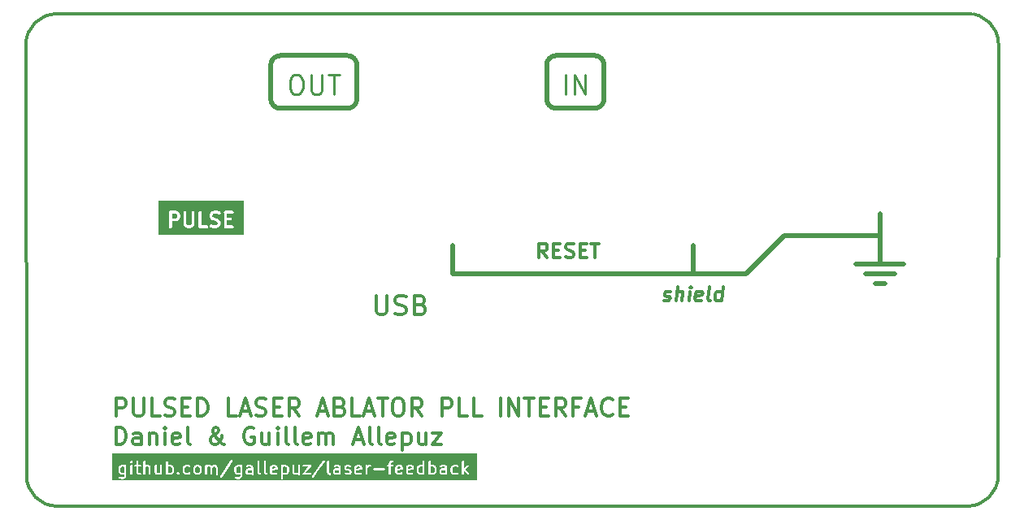
<source format=gbr>
%TF.GenerationSoftware,KiCad,Pcbnew,7.0.2*%
%TF.CreationDate,2023-08-08T17:36:32+02:00*%
%TF.ProjectId,pulse_generator_endplate_1455NF,70756c73-655f-4676-956e-657261746f72,rev?*%
%TF.SameCoordinates,Original*%
%TF.FileFunction,Legend,Top*%
%TF.FilePolarity,Positive*%
%FSLAX46Y46*%
G04 Gerber Fmt 4.6, Leading zero omitted, Abs format (unit mm)*
G04 Created by KiCad (PCBNEW 7.0.2) date 2023-08-08 17:36:32*
%MOMM*%
%LPD*%
G01*
G04 APERTURE LIST*
%ADD10C,0.500000*%
%ADD11C,0.300000*%
%ADD12C,0.250000*%
%ADD13C,0.200000*%
G04 APERTURE END LIST*
D10*
X178500000Y-91000000D02*
X183500000Y-91000000D01*
X167000000Y-92000000D02*
X136500000Y-92000000D01*
X181000000Y-88000000D02*
X171000000Y-88000000D01*
X161500000Y-92000000D02*
X161500000Y-89000000D01*
D11*
X95200000Y-64900000D02*
X190137258Y-64862742D01*
D10*
X181000000Y-85750000D02*
X181000000Y-91000000D01*
D11*
X190200000Y-116200000D02*
X95200000Y-116200000D01*
D10*
X151250000Y-69250000D02*
X151250000Y-69250000D01*
G75*
G02*
X152250000Y-70250000I0J-1000000D01*
G01*
X152250000Y-73750000D01*
G75*
G02*
X151250000Y-74750000I-1000000J0D01*
G01*
X147250000Y-74750000D01*
G75*
G02*
X146250000Y-73750000I0J1000000D01*
G01*
X146250000Y-70250000D01*
G75*
G02*
X147250000Y-69250000I1000000J0D01*
G01*
X151250000Y-69250000D01*
D11*
X92062742Y-113000000D02*
X92000000Y-68200000D01*
X190100000Y-116200000D02*
G75*
G03*
X193300000Y-113000000I0J3200000D01*
G01*
X92062700Y-113000000D02*
G75*
G03*
X95262742Y-116200000I3200000J0D01*
G01*
D10*
X171000000Y-88000000D02*
X167000000Y-92000000D01*
X136500000Y-92000000D02*
X136500000Y-89000000D01*
X180500000Y-93000000D02*
X181500000Y-93000000D01*
D11*
X95200000Y-64900000D02*
G75*
G03*
X92000000Y-68100000I0J-3200000D01*
G01*
D10*
X179500000Y-92000000D02*
X182500000Y-92000000D01*
D11*
X193337258Y-68062742D02*
X193300000Y-113000000D01*
D10*
X125500000Y-69250000D02*
X125500000Y-69250000D01*
G75*
G02*
X126500000Y-70250000I0J-1000000D01*
G01*
X126500000Y-73750000D01*
G75*
G02*
X125500000Y-74750000I-1000000J0D01*
G01*
X118500000Y-74750000D01*
G75*
G02*
X117500000Y-73750000I0J1000000D01*
G01*
X117500000Y-70250000D01*
G75*
G02*
X118500000Y-69250000I1000000J0D01*
G01*
X125500000Y-69250000D01*
D11*
X193337258Y-68062742D02*
G75*
G03*
X190137258Y-64862742I-3199958J42D01*
G01*
X101428571Y-109779714D02*
X101428571Y-107979714D01*
X101428571Y-107979714D02*
X101857142Y-107979714D01*
X101857142Y-107979714D02*
X102114285Y-108065428D01*
X102114285Y-108065428D02*
X102285714Y-108236857D01*
X102285714Y-108236857D02*
X102371428Y-108408285D01*
X102371428Y-108408285D02*
X102457142Y-108751142D01*
X102457142Y-108751142D02*
X102457142Y-109008285D01*
X102457142Y-109008285D02*
X102371428Y-109351142D01*
X102371428Y-109351142D02*
X102285714Y-109522571D01*
X102285714Y-109522571D02*
X102114285Y-109694000D01*
X102114285Y-109694000D02*
X101857142Y-109779714D01*
X101857142Y-109779714D02*
X101428571Y-109779714D01*
X104000000Y-109779714D02*
X104000000Y-108836857D01*
X104000000Y-108836857D02*
X103914285Y-108665428D01*
X103914285Y-108665428D02*
X103742857Y-108579714D01*
X103742857Y-108579714D02*
X103400000Y-108579714D01*
X103400000Y-108579714D02*
X103228571Y-108665428D01*
X104000000Y-109694000D02*
X103828571Y-109779714D01*
X103828571Y-109779714D02*
X103400000Y-109779714D01*
X103400000Y-109779714D02*
X103228571Y-109694000D01*
X103228571Y-109694000D02*
X103142857Y-109522571D01*
X103142857Y-109522571D02*
X103142857Y-109351142D01*
X103142857Y-109351142D02*
X103228571Y-109179714D01*
X103228571Y-109179714D02*
X103400000Y-109094000D01*
X103400000Y-109094000D02*
X103828571Y-109094000D01*
X103828571Y-109094000D02*
X104000000Y-109008285D01*
X104857142Y-108579714D02*
X104857142Y-109779714D01*
X104857142Y-108751142D02*
X104942856Y-108665428D01*
X104942856Y-108665428D02*
X105114285Y-108579714D01*
X105114285Y-108579714D02*
X105371428Y-108579714D01*
X105371428Y-108579714D02*
X105542856Y-108665428D01*
X105542856Y-108665428D02*
X105628571Y-108836857D01*
X105628571Y-108836857D02*
X105628571Y-109779714D01*
X106485713Y-109779714D02*
X106485713Y-108579714D01*
X106485713Y-107979714D02*
X106399999Y-108065428D01*
X106399999Y-108065428D02*
X106485713Y-108151142D01*
X106485713Y-108151142D02*
X106571427Y-108065428D01*
X106571427Y-108065428D02*
X106485713Y-107979714D01*
X106485713Y-107979714D02*
X106485713Y-108151142D01*
X108028570Y-109694000D02*
X107857142Y-109779714D01*
X107857142Y-109779714D02*
X107514285Y-109779714D01*
X107514285Y-109779714D02*
X107342856Y-109694000D01*
X107342856Y-109694000D02*
X107257142Y-109522571D01*
X107257142Y-109522571D02*
X107257142Y-108836857D01*
X107257142Y-108836857D02*
X107342856Y-108665428D01*
X107342856Y-108665428D02*
X107514285Y-108579714D01*
X107514285Y-108579714D02*
X107857142Y-108579714D01*
X107857142Y-108579714D02*
X108028570Y-108665428D01*
X108028570Y-108665428D02*
X108114285Y-108836857D01*
X108114285Y-108836857D02*
X108114285Y-109008285D01*
X108114285Y-109008285D02*
X107257142Y-109179714D01*
X109142856Y-109779714D02*
X108971427Y-109694000D01*
X108971427Y-109694000D02*
X108885713Y-109522571D01*
X108885713Y-109522571D02*
X108885713Y-107979714D01*
X112657142Y-109779714D02*
X112571428Y-109779714D01*
X112571428Y-109779714D02*
X112399999Y-109694000D01*
X112399999Y-109694000D02*
X112142856Y-109436857D01*
X112142856Y-109436857D02*
X111714285Y-108922571D01*
X111714285Y-108922571D02*
X111542856Y-108665428D01*
X111542856Y-108665428D02*
X111457142Y-108408285D01*
X111457142Y-108408285D02*
X111457142Y-108236857D01*
X111457142Y-108236857D02*
X111542856Y-108065428D01*
X111542856Y-108065428D02*
X111714285Y-107979714D01*
X111714285Y-107979714D02*
X111799999Y-107979714D01*
X111799999Y-107979714D02*
X111971428Y-108065428D01*
X111971428Y-108065428D02*
X112057142Y-108236857D01*
X112057142Y-108236857D02*
X112057142Y-108322571D01*
X112057142Y-108322571D02*
X111971428Y-108494000D01*
X111971428Y-108494000D02*
X111885713Y-108579714D01*
X111885713Y-108579714D02*
X111371428Y-108922571D01*
X111371428Y-108922571D02*
X111285713Y-109008285D01*
X111285713Y-109008285D02*
X111199999Y-109179714D01*
X111199999Y-109179714D02*
X111199999Y-109436857D01*
X111199999Y-109436857D02*
X111285713Y-109608285D01*
X111285713Y-109608285D02*
X111371428Y-109694000D01*
X111371428Y-109694000D02*
X111542856Y-109779714D01*
X111542856Y-109779714D02*
X111799999Y-109779714D01*
X111799999Y-109779714D02*
X111971428Y-109694000D01*
X111971428Y-109694000D02*
X112057142Y-109608285D01*
X112057142Y-109608285D02*
X112314285Y-109265428D01*
X112314285Y-109265428D02*
X112399999Y-109008285D01*
X112399999Y-109008285D02*
X112399999Y-108836857D01*
X115742856Y-108065428D02*
X115571428Y-107979714D01*
X115571428Y-107979714D02*
X115314285Y-107979714D01*
X115314285Y-107979714D02*
X115057142Y-108065428D01*
X115057142Y-108065428D02*
X114885713Y-108236857D01*
X114885713Y-108236857D02*
X114799999Y-108408285D01*
X114799999Y-108408285D02*
X114714285Y-108751142D01*
X114714285Y-108751142D02*
X114714285Y-109008285D01*
X114714285Y-109008285D02*
X114799999Y-109351142D01*
X114799999Y-109351142D02*
X114885713Y-109522571D01*
X114885713Y-109522571D02*
X115057142Y-109694000D01*
X115057142Y-109694000D02*
X115314285Y-109779714D01*
X115314285Y-109779714D02*
X115485713Y-109779714D01*
X115485713Y-109779714D02*
X115742856Y-109694000D01*
X115742856Y-109694000D02*
X115828570Y-109608285D01*
X115828570Y-109608285D02*
X115828570Y-109008285D01*
X115828570Y-109008285D02*
X115485713Y-109008285D01*
X117371428Y-108579714D02*
X117371428Y-109779714D01*
X116599999Y-108579714D02*
X116599999Y-109522571D01*
X116599999Y-109522571D02*
X116685713Y-109694000D01*
X116685713Y-109694000D02*
X116857142Y-109779714D01*
X116857142Y-109779714D02*
X117114285Y-109779714D01*
X117114285Y-109779714D02*
X117285713Y-109694000D01*
X117285713Y-109694000D02*
X117371428Y-109608285D01*
X118228570Y-109779714D02*
X118228570Y-108579714D01*
X118228570Y-107979714D02*
X118142856Y-108065428D01*
X118142856Y-108065428D02*
X118228570Y-108151142D01*
X118228570Y-108151142D02*
X118314284Y-108065428D01*
X118314284Y-108065428D02*
X118228570Y-107979714D01*
X118228570Y-107979714D02*
X118228570Y-108151142D01*
X119342856Y-109779714D02*
X119171427Y-109694000D01*
X119171427Y-109694000D02*
X119085713Y-109522571D01*
X119085713Y-109522571D02*
X119085713Y-107979714D01*
X120285713Y-109779714D02*
X120114284Y-109694000D01*
X120114284Y-109694000D02*
X120028570Y-109522571D01*
X120028570Y-109522571D02*
X120028570Y-107979714D01*
X121657141Y-109694000D02*
X121485713Y-109779714D01*
X121485713Y-109779714D02*
X121142856Y-109779714D01*
X121142856Y-109779714D02*
X120971427Y-109694000D01*
X120971427Y-109694000D02*
X120885713Y-109522571D01*
X120885713Y-109522571D02*
X120885713Y-108836857D01*
X120885713Y-108836857D02*
X120971427Y-108665428D01*
X120971427Y-108665428D02*
X121142856Y-108579714D01*
X121142856Y-108579714D02*
X121485713Y-108579714D01*
X121485713Y-108579714D02*
X121657141Y-108665428D01*
X121657141Y-108665428D02*
X121742856Y-108836857D01*
X121742856Y-108836857D02*
X121742856Y-109008285D01*
X121742856Y-109008285D02*
X120885713Y-109179714D01*
X122514284Y-109779714D02*
X122514284Y-108579714D01*
X122514284Y-108751142D02*
X122599998Y-108665428D01*
X122599998Y-108665428D02*
X122771427Y-108579714D01*
X122771427Y-108579714D02*
X123028570Y-108579714D01*
X123028570Y-108579714D02*
X123199998Y-108665428D01*
X123199998Y-108665428D02*
X123285713Y-108836857D01*
X123285713Y-108836857D02*
X123285713Y-109779714D01*
X123285713Y-108836857D02*
X123371427Y-108665428D01*
X123371427Y-108665428D02*
X123542855Y-108579714D01*
X123542855Y-108579714D02*
X123799998Y-108579714D01*
X123799998Y-108579714D02*
X123971427Y-108665428D01*
X123971427Y-108665428D02*
X124057141Y-108836857D01*
X124057141Y-108836857D02*
X124057141Y-109779714D01*
X126199999Y-109265428D02*
X127057142Y-109265428D01*
X126028570Y-109779714D02*
X126628570Y-107979714D01*
X126628570Y-107979714D02*
X127228570Y-109779714D01*
X128085713Y-109779714D02*
X127914284Y-109694000D01*
X127914284Y-109694000D02*
X127828570Y-109522571D01*
X127828570Y-109522571D02*
X127828570Y-107979714D01*
X129028570Y-109779714D02*
X128857141Y-109694000D01*
X128857141Y-109694000D02*
X128771427Y-109522571D01*
X128771427Y-109522571D02*
X128771427Y-107979714D01*
X130399998Y-109694000D02*
X130228570Y-109779714D01*
X130228570Y-109779714D02*
X129885713Y-109779714D01*
X129885713Y-109779714D02*
X129714284Y-109694000D01*
X129714284Y-109694000D02*
X129628570Y-109522571D01*
X129628570Y-109522571D02*
X129628570Y-108836857D01*
X129628570Y-108836857D02*
X129714284Y-108665428D01*
X129714284Y-108665428D02*
X129885713Y-108579714D01*
X129885713Y-108579714D02*
X130228570Y-108579714D01*
X130228570Y-108579714D02*
X130399998Y-108665428D01*
X130399998Y-108665428D02*
X130485713Y-108836857D01*
X130485713Y-108836857D02*
X130485713Y-109008285D01*
X130485713Y-109008285D02*
X129628570Y-109179714D01*
X131257141Y-108579714D02*
X131257141Y-110379714D01*
X131257141Y-108665428D02*
X131428570Y-108579714D01*
X131428570Y-108579714D02*
X131771427Y-108579714D01*
X131771427Y-108579714D02*
X131942855Y-108665428D01*
X131942855Y-108665428D02*
X132028570Y-108751142D01*
X132028570Y-108751142D02*
X132114284Y-108922571D01*
X132114284Y-108922571D02*
X132114284Y-109436857D01*
X132114284Y-109436857D02*
X132028570Y-109608285D01*
X132028570Y-109608285D02*
X131942855Y-109694000D01*
X131942855Y-109694000D02*
X131771427Y-109779714D01*
X131771427Y-109779714D02*
X131428570Y-109779714D01*
X131428570Y-109779714D02*
X131257141Y-109694000D01*
X133657141Y-108579714D02*
X133657141Y-109779714D01*
X132885712Y-108579714D02*
X132885712Y-109522571D01*
X132885712Y-109522571D02*
X132971426Y-109694000D01*
X132971426Y-109694000D02*
X133142855Y-109779714D01*
X133142855Y-109779714D02*
X133399998Y-109779714D01*
X133399998Y-109779714D02*
X133571426Y-109694000D01*
X133571426Y-109694000D02*
X133657141Y-109608285D01*
X134342854Y-108579714D02*
X135285712Y-108579714D01*
X135285712Y-108579714D02*
X134342854Y-109779714D01*
X134342854Y-109779714D02*
X135285712Y-109779714D01*
D12*
X119999999Y-71255238D02*
X120380952Y-71255238D01*
X120380952Y-71255238D02*
X120571428Y-71350476D01*
X120571428Y-71350476D02*
X120761904Y-71540952D01*
X120761904Y-71540952D02*
X120857142Y-71921904D01*
X120857142Y-71921904D02*
X120857142Y-72588571D01*
X120857142Y-72588571D02*
X120761904Y-72969523D01*
X120761904Y-72969523D02*
X120571428Y-73160000D01*
X120571428Y-73160000D02*
X120380952Y-73255238D01*
X120380952Y-73255238D02*
X119999999Y-73255238D01*
X119999999Y-73255238D02*
X119809523Y-73160000D01*
X119809523Y-73160000D02*
X119619047Y-72969523D01*
X119619047Y-72969523D02*
X119523809Y-72588571D01*
X119523809Y-72588571D02*
X119523809Y-71921904D01*
X119523809Y-71921904D02*
X119619047Y-71540952D01*
X119619047Y-71540952D02*
X119809523Y-71350476D01*
X119809523Y-71350476D02*
X119999999Y-71255238D01*
X121714285Y-71255238D02*
X121714285Y-72874285D01*
X121714285Y-72874285D02*
X121809523Y-73064761D01*
X121809523Y-73064761D02*
X121904761Y-73160000D01*
X121904761Y-73160000D02*
X122095237Y-73255238D01*
X122095237Y-73255238D02*
X122476190Y-73255238D01*
X122476190Y-73255238D02*
X122666666Y-73160000D01*
X122666666Y-73160000D02*
X122761904Y-73064761D01*
X122761904Y-73064761D02*
X122857142Y-72874285D01*
X122857142Y-72874285D02*
X122857142Y-71255238D01*
X123523809Y-71255238D02*
X124666666Y-71255238D01*
X124095237Y-73255238D02*
X124095237Y-71255238D01*
D11*
X128476190Y-94255238D02*
X128476190Y-95874285D01*
X128476190Y-95874285D02*
X128571428Y-96064761D01*
X128571428Y-96064761D02*
X128666666Y-96160000D01*
X128666666Y-96160000D02*
X128857142Y-96255238D01*
X128857142Y-96255238D02*
X129238095Y-96255238D01*
X129238095Y-96255238D02*
X129428571Y-96160000D01*
X129428571Y-96160000D02*
X129523809Y-96064761D01*
X129523809Y-96064761D02*
X129619047Y-95874285D01*
X129619047Y-95874285D02*
X129619047Y-94255238D01*
X130476190Y-96160000D02*
X130761904Y-96255238D01*
X130761904Y-96255238D02*
X131238095Y-96255238D01*
X131238095Y-96255238D02*
X131428571Y-96160000D01*
X131428571Y-96160000D02*
X131523809Y-96064761D01*
X131523809Y-96064761D02*
X131619047Y-95874285D01*
X131619047Y-95874285D02*
X131619047Y-95683809D01*
X131619047Y-95683809D02*
X131523809Y-95493333D01*
X131523809Y-95493333D02*
X131428571Y-95398095D01*
X131428571Y-95398095D02*
X131238095Y-95302857D01*
X131238095Y-95302857D02*
X130857142Y-95207619D01*
X130857142Y-95207619D02*
X130666666Y-95112380D01*
X130666666Y-95112380D02*
X130571428Y-95017142D01*
X130571428Y-95017142D02*
X130476190Y-94826666D01*
X130476190Y-94826666D02*
X130476190Y-94636190D01*
X130476190Y-94636190D02*
X130571428Y-94445714D01*
X130571428Y-94445714D02*
X130666666Y-94350476D01*
X130666666Y-94350476D02*
X130857142Y-94255238D01*
X130857142Y-94255238D02*
X131333333Y-94255238D01*
X131333333Y-94255238D02*
X131619047Y-94350476D01*
X133142857Y-95207619D02*
X133428571Y-95302857D01*
X133428571Y-95302857D02*
X133523809Y-95398095D01*
X133523809Y-95398095D02*
X133619047Y-95588571D01*
X133619047Y-95588571D02*
X133619047Y-95874285D01*
X133619047Y-95874285D02*
X133523809Y-96064761D01*
X133523809Y-96064761D02*
X133428571Y-96160000D01*
X133428571Y-96160000D02*
X133238095Y-96255238D01*
X133238095Y-96255238D02*
X132476190Y-96255238D01*
X132476190Y-96255238D02*
X132476190Y-94255238D01*
X132476190Y-94255238D02*
X133142857Y-94255238D01*
X133142857Y-94255238D02*
X133333333Y-94350476D01*
X133333333Y-94350476D02*
X133428571Y-94445714D01*
X133428571Y-94445714D02*
X133523809Y-94636190D01*
X133523809Y-94636190D02*
X133523809Y-94826666D01*
X133523809Y-94826666D02*
X133428571Y-95017142D01*
X133428571Y-95017142D02*
X133333333Y-95112380D01*
X133333333Y-95112380D02*
X133142857Y-95207619D01*
X133142857Y-95207619D02*
X132476190Y-95207619D01*
X146321428Y-90316428D02*
X145821428Y-89602142D01*
X145464285Y-90316428D02*
X145464285Y-88816428D01*
X145464285Y-88816428D02*
X146035714Y-88816428D01*
X146035714Y-88816428D02*
X146178571Y-88887857D01*
X146178571Y-88887857D02*
X146250000Y-88959285D01*
X146250000Y-88959285D02*
X146321428Y-89102142D01*
X146321428Y-89102142D02*
X146321428Y-89316428D01*
X146321428Y-89316428D02*
X146250000Y-89459285D01*
X146250000Y-89459285D02*
X146178571Y-89530714D01*
X146178571Y-89530714D02*
X146035714Y-89602142D01*
X146035714Y-89602142D02*
X145464285Y-89602142D01*
X146964285Y-89530714D02*
X147464285Y-89530714D01*
X147678571Y-90316428D02*
X146964285Y-90316428D01*
X146964285Y-90316428D02*
X146964285Y-88816428D01*
X146964285Y-88816428D02*
X147678571Y-88816428D01*
X148250000Y-90245000D02*
X148464286Y-90316428D01*
X148464286Y-90316428D02*
X148821428Y-90316428D01*
X148821428Y-90316428D02*
X148964286Y-90245000D01*
X148964286Y-90245000D02*
X149035714Y-90173571D01*
X149035714Y-90173571D02*
X149107143Y-90030714D01*
X149107143Y-90030714D02*
X149107143Y-89887857D01*
X149107143Y-89887857D02*
X149035714Y-89745000D01*
X149035714Y-89745000D02*
X148964286Y-89673571D01*
X148964286Y-89673571D02*
X148821428Y-89602142D01*
X148821428Y-89602142D02*
X148535714Y-89530714D01*
X148535714Y-89530714D02*
X148392857Y-89459285D01*
X148392857Y-89459285D02*
X148321428Y-89387857D01*
X148321428Y-89387857D02*
X148250000Y-89245000D01*
X148250000Y-89245000D02*
X148250000Y-89102142D01*
X148250000Y-89102142D02*
X148321428Y-88959285D01*
X148321428Y-88959285D02*
X148392857Y-88887857D01*
X148392857Y-88887857D02*
X148535714Y-88816428D01*
X148535714Y-88816428D02*
X148892857Y-88816428D01*
X148892857Y-88816428D02*
X149107143Y-88887857D01*
X149749999Y-89530714D02*
X150249999Y-89530714D01*
X150464285Y-90316428D02*
X149749999Y-90316428D01*
X149749999Y-90316428D02*
X149749999Y-88816428D01*
X149749999Y-88816428D02*
X150464285Y-88816428D01*
X150892857Y-88816428D02*
X151750000Y-88816428D01*
X151321428Y-90316428D02*
X151321428Y-88816428D01*
X101428571Y-106779714D02*
X101428571Y-104979714D01*
X101428571Y-104979714D02*
X102114285Y-104979714D01*
X102114285Y-104979714D02*
X102285714Y-105065428D01*
X102285714Y-105065428D02*
X102371428Y-105151142D01*
X102371428Y-105151142D02*
X102457142Y-105322571D01*
X102457142Y-105322571D02*
X102457142Y-105579714D01*
X102457142Y-105579714D02*
X102371428Y-105751142D01*
X102371428Y-105751142D02*
X102285714Y-105836857D01*
X102285714Y-105836857D02*
X102114285Y-105922571D01*
X102114285Y-105922571D02*
X101428571Y-105922571D01*
X103228571Y-104979714D02*
X103228571Y-106436857D01*
X103228571Y-106436857D02*
X103314285Y-106608285D01*
X103314285Y-106608285D02*
X103400000Y-106694000D01*
X103400000Y-106694000D02*
X103571428Y-106779714D01*
X103571428Y-106779714D02*
X103914285Y-106779714D01*
X103914285Y-106779714D02*
X104085714Y-106694000D01*
X104085714Y-106694000D02*
X104171428Y-106608285D01*
X104171428Y-106608285D02*
X104257142Y-106436857D01*
X104257142Y-106436857D02*
X104257142Y-104979714D01*
X105971428Y-106779714D02*
X105114285Y-106779714D01*
X105114285Y-106779714D02*
X105114285Y-104979714D01*
X106485714Y-106694000D02*
X106742857Y-106779714D01*
X106742857Y-106779714D02*
X107171428Y-106779714D01*
X107171428Y-106779714D02*
X107342857Y-106694000D01*
X107342857Y-106694000D02*
X107428571Y-106608285D01*
X107428571Y-106608285D02*
X107514285Y-106436857D01*
X107514285Y-106436857D02*
X107514285Y-106265428D01*
X107514285Y-106265428D02*
X107428571Y-106094000D01*
X107428571Y-106094000D02*
X107342857Y-106008285D01*
X107342857Y-106008285D02*
X107171428Y-105922571D01*
X107171428Y-105922571D02*
X106828571Y-105836857D01*
X106828571Y-105836857D02*
X106657142Y-105751142D01*
X106657142Y-105751142D02*
X106571428Y-105665428D01*
X106571428Y-105665428D02*
X106485714Y-105494000D01*
X106485714Y-105494000D02*
X106485714Y-105322571D01*
X106485714Y-105322571D02*
X106571428Y-105151142D01*
X106571428Y-105151142D02*
X106657142Y-105065428D01*
X106657142Y-105065428D02*
X106828571Y-104979714D01*
X106828571Y-104979714D02*
X107257142Y-104979714D01*
X107257142Y-104979714D02*
X107514285Y-105065428D01*
X108285714Y-105836857D02*
X108885714Y-105836857D01*
X109142857Y-106779714D02*
X108285714Y-106779714D01*
X108285714Y-106779714D02*
X108285714Y-104979714D01*
X108285714Y-104979714D02*
X109142857Y-104979714D01*
X109914285Y-106779714D02*
X109914285Y-104979714D01*
X109914285Y-104979714D02*
X110342856Y-104979714D01*
X110342856Y-104979714D02*
X110599999Y-105065428D01*
X110599999Y-105065428D02*
X110771428Y-105236857D01*
X110771428Y-105236857D02*
X110857142Y-105408285D01*
X110857142Y-105408285D02*
X110942856Y-105751142D01*
X110942856Y-105751142D02*
X110942856Y-106008285D01*
X110942856Y-106008285D02*
X110857142Y-106351142D01*
X110857142Y-106351142D02*
X110771428Y-106522571D01*
X110771428Y-106522571D02*
X110599999Y-106694000D01*
X110599999Y-106694000D02*
X110342856Y-106779714D01*
X110342856Y-106779714D02*
X109914285Y-106779714D01*
X113942857Y-106779714D02*
X113085714Y-106779714D01*
X113085714Y-106779714D02*
X113085714Y-104979714D01*
X114457143Y-106265428D02*
X115314286Y-106265428D01*
X114285714Y-106779714D02*
X114885714Y-104979714D01*
X114885714Y-104979714D02*
X115485714Y-106779714D01*
X116000000Y-106694000D02*
X116257143Y-106779714D01*
X116257143Y-106779714D02*
X116685714Y-106779714D01*
X116685714Y-106779714D02*
X116857143Y-106694000D01*
X116857143Y-106694000D02*
X116942857Y-106608285D01*
X116942857Y-106608285D02*
X117028571Y-106436857D01*
X117028571Y-106436857D02*
X117028571Y-106265428D01*
X117028571Y-106265428D02*
X116942857Y-106094000D01*
X116942857Y-106094000D02*
X116857143Y-106008285D01*
X116857143Y-106008285D02*
X116685714Y-105922571D01*
X116685714Y-105922571D02*
X116342857Y-105836857D01*
X116342857Y-105836857D02*
X116171428Y-105751142D01*
X116171428Y-105751142D02*
X116085714Y-105665428D01*
X116085714Y-105665428D02*
X116000000Y-105494000D01*
X116000000Y-105494000D02*
X116000000Y-105322571D01*
X116000000Y-105322571D02*
X116085714Y-105151142D01*
X116085714Y-105151142D02*
X116171428Y-105065428D01*
X116171428Y-105065428D02*
X116342857Y-104979714D01*
X116342857Y-104979714D02*
X116771428Y-104979714D01*
X116771428Y-104979714D02*
X117028571Y-105065428D01*
X117800000Y-105836857D02*
X118400000Y-105836857D01*
X118657143Y-106779714D02*
X117800000Y-106779714D01*
X117800000Y-106779714D02*
X117800000Y-104979714D01*
X117800000Y-104979714D02*
X118657143Y-104979714D01*
X120457142Y-106779714D02*
X119857142Y-105922571D01*
X119428571Y-106779714D02*
X119428571Y-104979714D01*
X119428571Y-104979714D02*
X120114285Y-104979714D01*
X120114285Y-104979714D02*
X120285714Y-105065428D01*
X120285714Y-105065428D02*
X120371428Y-105151142D01*
X120371428Y-105151142D02*
X120457142Y-105322571D01*
X120457142Y-105322571D02*
X120457142Y-105579714D01*
X120457142Y-105579714D02*
X120371428Y-105751142D01*
X120371428Y-105751142D02*
X120285714Y-105836857D01*
X120285714Y-105836857D02*
X120114285Y-105922571D01*
X120114285Y-105922571D02*
X119428571Y-105922571D01*
X122514286Y-106265428D02*
X123371429Y-106265428D01*
X122342857Y-106779714D02*
X122942857Y-104979714D01*
X122942857Y-104979714D02*
X123542857Y-106779714D01*
X124742857Y-105836857D02*
X125000000Y-105922571D01*
X125000000Y-105922571D02*
X125085714Y-106008285D01*
X125085714Y-106008285D02*
X125171428Y-106179714D01*
X125171428Y-106179714D02*
X125171428Y-106436857D01*
X125171428Y-106436857D02*
X125085714Y-106608285D01*
X125085714Y-106608285D02*
X125000000Y-106694000D01*
X125000000Y-106694000D02*
X124828571Y-106779714D01*
X124828571Y-106779714D02*
X124142857Y-106779714D01*
X124142857Y-106779714D02*
X124142857Y-104979714D01*
X124142857Y-104979714D02*
X124742857Y-104979714D01*
X124742857Y-104979714D02*
X124914286Y-105065428D01*
X124914286Y-105065428D02*
X125000000Y-105151142D01*
X125000000Y-105151142D02*
X125085714Y-105322571D01*
X125085714Y-105322571D02*
X125085714Y-105494000D01*
X125085714Y-105494000D02*
X125000000Y-105665428D01*
X125000000Y-105665428D02*
X124914286Y-105751142D01*
X124914286Y-105751142D02*
X124742857Y-105836857D01*
X124742857Y-105836857D02*
X124142857Y-105836857D01*
X126800000Y-106779714D02*
X125942857Y-106779714D01*
X125942857Y-106779714D02*
X125942857Y-104979714D01*
X127314286Y-106265428D02*
X128171429Y-106265428D01*
X127142857Y-106779714D02*
X127742857Y-104979714D01*
X127742857Y-104979714D02*
X128342857Y-106779714D01*
X128685714Y-104979714D02*
X129714286Y-104979714D01*
X129200000Y-106779714D02*
X129200000Y-104979714D01*
X130657143Y-104979714D02*
X131000000Y-104979714D01*
X131000000Y-104979714D02*
X131171429Y-105065428D01*
X131171429Y-105065428D02*
X131342857Y-105236857D01*
X131342857Y-105236857D02*
X131428572Y-105579714D01*
X131428572Y-105579714D02*
X131428572Y-106179714D01*
X131428572Y-106179714D02*
X131342857Y-106522571D01*
X131342857Y-106522571D02*
X131171429Y-106694000D01*
X131171429Y-106694000D02*
X131000000Y-106779714D01*
X131000000Y-106779714D02*
X130657143Y-106779714D01*
X130657143Y-106779714D02*
X130485715Y-106694000D01*
X130485715Y-106694000D02*
X130314286Y-106522571D01*
X130314286Y-106522571D02*
X130228572Y-106179714D01*
X130228572Y-106179714D02*
X130228572Y-105579714D01*
X130228572Y-105579714D02*
X130314286Y-105236857D01*
X130314286Y-105236857D02*
X130485715Y-105065428D01*
X130485715Y-105065428D02*
X130657143Y-104979714D01*
X133228571Y-106779714D02*
X132628571Y-105922571D01*
X132200000Y-106779714D02*
X132200000Y-104979714D01*
X132200000Y-104979714D02*
X132885714Y-104979714D01*
X132885714Y-104979714D02*
X133057143Y-105065428D01*
X133057143Y-105065428D02*
X133142857Y-105151142D01*
X133142857Y-105151142D02*
X133228571Y-105322571D01*
X133228571Y-105322571D02*
X133228571Y-105579714D01*
X133228571Y-105579714D02*
X133142857Y-105751142D01*
X133142857Y-105751142D02*
X133057143Y-105836857D01*
X133057143Y-105836857D02*
X132885714Y-105922571D01*
X132885714Y-105922571D02*
X132200000Y-105922571D01*
X135371429Y-106779714D02*
X135371429Y-104979714D01*
X135371429Y-104979714D02*
X136057143Y-104979714D01*
X136057143Y-104979714D02*
X136228572Y-105065428D01*
X136228572Y-105065428D02*
X136314286Y-105151142D01*
X136314286Y-105151142D02*
X136400000Y-105322571D01*
X136400000Y-105322571D02*
X136400000Y-105579714D01*
X136400000Y-105579714D02*
X136314286Y-105751142D01*
X136314286Y-105751142D02*
X136228572Y-105836857D01*
X136228572Y-105836857D02*
X136057143Y-105922571D01*
X136057143Y-105922571D02*
X135371429Y-105922571D01*
X138028572Y-106779714D02*
X137171429Y-106779714D01*
X137171429Y-106779714D02*
X137171429Y-104979714D01*
X139485715Y-106779714D02*
X138628572Y-106779714D01*
X138628572Y-106779714D02*
X138628572Y-104979714D01*
X141457144Y-106779714D02*
X141457144Y-104979714D01*
X142314287Y-106779714D02*
X142314287Y-104979714D01*
X142314287Y-104979714D02*
X143342858Y-106779714D01*
X143342858Y-106779714D02*
X143342858Y-104979714D01*
X143942858Y-104979714D02*
X144971430Y-104979714D01*
X144457144Y-106779714D02*
X144457144Y-104979714D01*
X145571430Y-105836857D02*
X146171430Y-105836857D01*
X146428573Y-106779714D02*
X145571430Y-106779714D01*
X145571430Y-106779714D02*
X145571430Y-104979714D01*
X145571430Y-104979714D02*
X146428573Y-104979714D01*
X148228572Y-106779714D02*
X147628572Y-105922571D01*
X147200001Y-106779714D02*
X147200001Y-104979714D01*
X147200001Y-104979714D02*
X147885715Y-104979714D01*
X147885715Y-104979714D02*
X148057144Y-105065428D01*
X148057144Y-105065428D02*
X148142858Y-105151142D01*
X148142858Y-105151142D02*
X148228572Y-105322571D01*
X148228572Y-105322571D02*
X148228572Y-105579714D01*
X148228572Y-105579714D02*
X148142858Y-105751142D01*
X148142858Y-105751142D02*
X148057144Y-105836857D01*
X148057144Y-105836857D02*
X147885715Y-105922571D01*
X147885715Y-105922571D02*
X147200001Y-105922571D01*
X149600001Y-105836857D02*
X149000001Y-105836857D01*
X149000001Y-106779714D02*
X149000001Y-104979714D01*
X149000001Y-104979714D02*
X149857144Y-104979714D01*
X150457144Y-106265428D02*
X151314287Y-106265428D01*
X150285715Y-106779714D02*
X150885715Y-104979714D01*
X150885715Y-104979714D02*
X151485715Y-106779714D01*
X153114286Y-106608285D02*
X153028572Y-106694000D01*
X153028572Y-106694000D02*
X152771429Y-106779714D01*
X152771429Y-106779714D02*
X152600001Y-106779714D01*
X152600001Y-106779714D02*
X152342858Y-106694000D01*
X152342858Y-106694000D02*
X152171429Y-106522571D01*
X152171429Y-106522571D02*
X152085715Y-106351142D01*
X152085715Y-106351142D02*
X152000001Y-106008285D01*
X152000001Y-106008285D02*
X152000001Y-105751142D01*
X152000001Y-105751142D02*
X152085715Y-105408285D01*
X152085715Y-105408285D02*
X152171429Y-105236857D01*
X152171429Y-105236857D02*
X152342858Y-105065428D01*
X152342858Y-105065428D02*
X152600001Y-104979714D01*
X152600001Y-104979714D02*
X152771429Y-104979714D01*
X152771429Y-104979714D02*
X153028572Y-105065428D01*
X153028572Y-105065428D02*
X153114286Y-105151142D01*
X153885715Y-105836857D02*
X154485715Y-105836857D01*
X154742858Y-106779714D02*
X153885715Y-106779714D01*
X153885715Y-106779714D02*
X153885715Y-104979714D01*
X153885715Y-104979714D02*
X154742858Y-104979714D01*
G36*
X107696861Y-85761135D02*
G01*
X107733864Y-85798138D01*
X107778571Y-85887552D01*
X107778571Y-86031018D01*
X107733864Y-86120432D01*
X107696859Y-86157436D01*
X107607447Y-86202142D01*
X107221428Y-86202142D01*
X107221428Y-85716428D01*
X107607446Y-85716428D01*
X107696861Y-85761135D01*
G37*
G36*
X114675001Y-87914286D02*
G01*
X105825000Y-87914286D01*
X105825000Y-86374391D01*
X106916686Y-86374391D01*
X106921428Y-86384774D01*
X106921428Y-87087996D01*
X106939912Y-87150948D01*
X107006485Y-87208633D01*
X107093677Y-87221170D01*
X107173804Y-87184577D01*
X107221428Y-87110472D01*
X107221428Y-86808402D01*
X108417567Y-86808402D01*
X108431274Y-86835816D01*
X108439912Y-86865234D01*
X108450624Y-86874516D01*
X108500281Y-86973829D01*
X108505647Y-86998493D01*
X108534867Y-87027713D01*
X108563024Y-87057984D01*
X108565864Y-87058710D01*
X108594921Y-87087767D01*
X108607810Y-87109467D01*
X108644759Y-87127941D01*
X108681055Y-87147761D01*
X108683979Y-87147551D01*
X108782837Y-87196980D01*
X108813099Y-87216428D01*
X108843751Y-87216428D01*
X108873925Y-87221858D01*
X108887017Y-87216428D01*
X109134781Y-87216428D01*
X109170544Y-87220289D01*
X109197958Y-87206581D01*
X109227377Y-87197944D01*
X109236658Y-87187232D01*
X109335974Y-87137574D01*
X109360636Y-87132210D01*
X109389847Y-87102998D01*
X109405243Y-87088677D01*
X109988115Y-87088677D01*
X110001955Y-87118983D01*
X110011341Y-87150948D01*
X110019966Y-87158422D01*
X110024708Y-87168804D01*
X110052735Y-87186816D01*
X110077914Y-87208633D01*
X110089211Y-87210257D01*
X110098813Y-87216428D01*
X110132126Y-87216428D01*
X110165106Y-87221170D01*
X110175489Y-87216428D01*
X110878711Y-87216428D01*
X110941663Y-87197944D01*
X110999348Y-87131371D01*
X111011885Y-87044179D01*
X110975292Y-86964052D01*
X110901187Y-86916428D01*
X110292857Y-86916428D01*
X110292857Y-85868924D01*
X111130285Y-85868924D01*
X111135715Y-85882016D01*
X111135715Y-85986923D01*
X111131854Y-86022687D01*
X111145561Y-86050101D01*
X111154199Y-86079520D01*
X111164910Y-86088801D01*
X111214568Y-86188119D01*
X111219934Y-86212780D01*
X111249138Y-86241983D01*
X111277310Y-86272270D01*
X111280151Y-86272996D01*
X111309205Y-86302049D01*
X111322095Y-86323752D01*
X111359069Y-86342239D01*
X111395342Y-86362046D01*
X111398264Y-86361836D01*
X111480450Y-86402929D01*
X111492320Y-86415553D01*
X111519073Y-86422241D01*
X111523637Y-86424523D01*
X111539927Y-86427454D01*
X111804786Y-86493669D01*
X111911148Y-86546849D01*
X111948151Y-86583853D01*
X111992858Y-86673266D01*
X111992858Y-86745303D01*
X111948151Y-86834716D01*
X111911146Y-86871722D01*
X111821734Y-86916428D01*
X111524343Y-86916428D01*
X111312688Y-86845877D01*
X111247121Y-86843506D01*
X111171344Y-86888421D01*
X111131878Y-86967174D01*
X111141255Y-87054761D01*
X111196497Y-87123375D01*
X111434726Y-87202783D01*
X111455957Y-87216428D01*
X111497280Y-87216428D01*
X111538595Y-87217922D01*
X111541116Y-87216428D01*
X111849070Y-87216428D01*
X111884830Y-87220289D01*
X111912245Y-87206581D01*
X111941663Y-87197944D01*
X111950944Y-87187232D01*
X112050263Y-87137574D01*
X112074924Y-87132209D01*
X112104122Y-87103010D01*
X112119531Y-87088677D01*
X112630972Y-87088677D01*
X112644812Y-87118983D01*
X112654198Y-87150948D01*
X112662823Y-87158422D01*
X112667565Y-87168804D01*
X112695592Y-87186816D01*
X112720771Y-87208633D01*
X112732068Y-87210257D01*
X112741670Y-87216428D01*
X112774983Y-87216428D01*
X112807963Y-87221170D01*
X112818346Y-87216428D01*
X113521568Y-87216428D01*
X113584520Y-87197944D01*
X113642205Y-87131371D01*
X113654742Y-87044179D01*
X113618149Y-86964052D01*
X113544044Y-86916428D01*
X112935714Y-86916428D01*
X112935714Y-86430714D01*
X113307282Y-86430714D01*
X113370234Y-86412230D01*
X113427919Y-86345657D01*
X113440456Y-86258465D01*
X113403863Y-86178338D01*
X113329758Y-86130714D01*
X112935714Y-86130714D01*
X112935714Y-85716428D01*
X113521568Y-85716428D01*
X113584520Y-85697944D01*
X113642205Y-85631371D01*
X113654742Y-85544179D01*
X113618149Y-85464052D01*
X113544044Y-85416428D01*
X112796445Y-85416428D01*
X112763465Y-85411686D01*
X112733158Y-85425526D01*
X112701194Y-85434912D01*
X112693719Y-85443537D01*
X112683338Y-85448279D01*
X112665325Y-85476306D01*
X112643509Y-85501485D01*
X112641884Y-85512782D01*
X112635714Y-85522384D01*
X112635714Y-85555697D01*
X112630972Y-85588677D01*
X112635714Y-85599060D01*
X112635714Y-86269983D01*
X112630972Y-86302963D01*
X112635714Y-86313346D01*
X112635714Y-87055697D01*
X112630972Y-87088677D01*
X112119531Y-87088677D01*
X112134414Y-87074834D01*
X112135140Y-87071990D01*
X112164193Y-87042937D01*
X112185896Y-87030048D01*
X112204383Y-86993073D01*
X112224190Y-86956801D01*
X112223980Y-86953878D01*
X112273410Y-86855019D01*
X112292858Y-86824758D01*
X112292858Y-86794105D01*
X112298288Y-86763933D01*
X112292858Y-86750840D01*
X112292858Y-86645931D01*
X112296719Y-86610168D01*
X112283010Y-86582752D01*
X112274374Y-86553337D01*
X112263662Y-86544055D01*
X112214003Y-86444740D01*
X112208639Y-86420079D01*
X112179424Y-86390864D01*
X112151262Y-86360587D01*
X112148421Y-86359860D01*
X112119366Y-86330804D01*
X112106477Y-86309104D01*
X112069514Y-86290622D01*
X112033233Y-86270811D01*
X112030309Y-86271020D01*
X111948120Y-86229925D01*
X111936252Y-86217303D01*
X111909500Y-86210615D01*
X111904934Y-86208332D01*
X111888636Y-86205399D01*
X111623784Y-86139186D01*
X111517426Y-86086007D01*
X111480420Y-86049002D01*
X111435715Y-85959589D01*
X111435715Y-85887551D01*
X111480421Y-85798138D01*
X111517425Y-85761134D01*
X111606839Y-85716428D01*
X111904231Y-85716428D01*
X112115884Y-85786980D01*
X112181451Y-85789352D01*
X112257228Y-85744437D01*
X112296695Y-85665684D01*
X112287318Y-85578097D01*
X112232076Y-85509482D01*
X111993847Y-85430072D01*
X111972616Y-85416428D01*
X111931303Y-85416428D01*
X111889979Y-85414933D01*
X111887457Y-85416428D01*
X111579504Y-85416428D01*
X111543740Y-85412567D01*
X111516324Y-85426275D01*
X111486909Y-85434912D01*
X111477627Y-85445623D01*
X111378312Y-85495282D01*
X111353651Y-85500647D01*
X111324436Y-85529861D01*
X111294159Y-85558024D01*
X111293432Y-85560864D01*
X111264376Y-85589919D01*
X111242676Y-85602809D01*
X111224195Y-85639769D01*
X111204383Y-85676053D01*
X111204592Y-85678976D01*
X111155160Y-85777839D01*
X111135715Y-85808098D01*
X111135715Y-85838749D01*
X111130285Y-85868924D01*
X110292857Y-85868924D01*
X110292857Y-85544860D01*
X110274373Y-85481908D01*
X110207800Y-85424223D01*
X110120608Y-85411686D01*
X110040481Y-85448279D01*
X109992857Y-85522384D01*
X109992857Y-87055697D01*
X109988115Y-87088677D01*
X109405243Y-87088677D01*
X109420127Y-87074833D01*
X109420853Y-87071992D01*
X109449910Y-87042935D01*
X109471610Y-87030047D01*
X109490084Y-86993097D01*
X109509904Y-86956802D01*
X109509694Y-86953877D01*
X109559123Y-86855019D01*
X109578571Y-86824758D01*
X109578571Y-86794106D01*
X109584001Y-86763932D01*
X109578571Y-86750839D01*
X109578571Y-85544860D01*
X109560087Y-85481908D01*
X109493514Y-85424223D01*
X109406322Y-85411686D01*
X109326195Y-85448279D01*
X109278571Y-85522384D01*
X109278571Y-86745304D01*
X109233864Y-86834717D01*
X109196859Y-86871722D01*
X109107447Y-86916428D01*
X108892553Y-86916428D01*
X108803139Y-86871721D01*
X108766135Y-86834717D01*
X108721428Y-86745304D01*
X108721428Y-85544860D01*
X108702944Y-85481908D01*
X108636371Y-85424223D01*
X108549179Y-85411686D01*
X108469052Y-85448279D01*
X108421428Y-85522384D01*
X108421428Y-86772638D01*
X108417567Y-86808402D01*
X107221428Y-86808402D01*
X107221428Y-86502142D01*
X107634781Y-86502142D01*
X107670544Y-86506003D01*
X107697958Y-86492295D01*
X107727377Y-86483658D01*
X107736658Y-86472946D01*
X107835974Y-86423288D01*
X107860636Y-86417924D01*
X107889847Y-86388712D01*
X107920127Y-86360547D01*
X107920853Y-86357706D01*
X107949910Y-86328649D01*
X107971610Y-86315761D01*
X107990084Y-86278811D01*
X108009904Y-86242516D01*
X108009694Y-86239591D01*
X108059123Y-86140733D01*
X108078571Y-86110472D01*
X108078571Y-86079820D01*
X108084001Y-86049646D01*
X108078571Y-86036553D01*
X108078571Y-85860218D01*
X108082432Y-85824455D01*
X108068724Y-85797040D01*
X108060087Y-85767622D01*
X108049375Y-85758340D01*
X107999717Y-85659022D01*
X107994352Y-85634362D01*
X107965144Y-85605154D01*
X107936976Y-85574872D01*
X107934135Y-85574145D01*
X107905077Y-85545088D01*
X107892190Y-85523390D01*
X107855240Y-85504915D01*
X107818944Y-85485096D01*
X107816020Y-85485305D01*
X107717166Y-85435878D01*
X107686901Y-85416428D01*
X107656248Y-85416428D01*
X107626076Y-85410998D01*
X107612984Y-85416428D01*
X107082159Y-85416428D01*
X107049179Y-85411686D01*
X107018872Y-85425526D01*
X106986908Y-85434912D01*
X106979433Y-85443537D01*
X106969052Y-85448279D01*
X106951039Y-85476306D01*
X106929223Y-85501485D01*
X106927598Y-85512782D01*
X106921428Y-85522384D01*
X106921428Y-85555697D01*
X106916686Y-85588677D01*
X106921428Y-85599060D01*
X106921428Y-86341411D01*
X106916686Y-86374391D01*
X105825000Y-86374391D01*
X105825000Y-84335714D01*
X114675001Y-84335714D01*
X114675001Y-87914286D01*
G37*
X158455357Y-94745000D02*
X158589285Y-94816428D01*
X158589285Y-94816428D02*
X158875000Y-94816428D01*
X158875000Y-94816428D02*
X159026785Y-94745000D01*
X159026785Y-94745000D02*
X159116071Y-94602142D01*
X159116071Y-94602142D02*
X159125000Y-94530714D01*
X159125000Y-94530714D02*
X159071428Y-94387857D01*
X159071428Y-94387857D02*
X158937500Y-94316428D01*
X158937500Y-94316428D02*
X158723214Y-94316428D01*
X158723214Y-94316428D02*
X158589285Y-94245000D01*
X158589285Y-94245000D02*
X158535714Y-94102142D01*
X158535714Y-94102142D02*
X158544643Y-94030714D01*
X158544643Y-94030714D02*
X158633928Y-93887857D01*
X158633928Y-93887857D02*
X158785714Y-93816428D01*
X158785714Y-93816428D02*
X159000000Y-93816428D01*
X159000000Y-93816428D02*
X159133928Y-93887857D01*
X159723214Y-94816428D02*
X159910714Y-93316428D01*
X160366071Y-94816428D02*
X160464285Y-94030714D01*
X160464285Y-94030714D02*
X160410714Y-93887857D01*
X160410714Y-93887857D02*
X160276785Y-93816428D01*
X160276785Y-93816428D02*
X160062500Y-93816428D01*
X160062500Y-93816428D02*
X159910714Y-93887857D01*
X159910714Y-93887857D02*
X159830357Y-93959285D01*
X161071428Y-94816428D02*
X161196428Y-93816428D01*
X161258928Y-93316428D02*
X161178571Y-93387857D01*
X161178571Y-93387857D02*
X161241071Y-93459285D01*
X161241071Y-93459285D02*
X161321428Y-93387857D01*
X161321428Y-93387857D02*
X161258928Y-93316428D01*
X161258928Y-93316428D02*
X161241071Y-93459285D01*
X162357142Y-94745000D02*
X162205356Y-94816428D01*
X162205356Y-94816428D02*
X161919642Y-94816428D01*
X161919642Y-94816428D02*
X161785713Y-94745000D01*
X161785713Y-94745000D02*
X161732142Y-94602142D01*
X161732142Y-94602142D02*
X161803571Y-94030714D01*
X161803571Y-94030714D02*
X161892856Y-93887857D01*
X161892856Y-93887857D02*
X162044642Y-93816428D01*
X162044642Y-93816428D02*
X162330356Y-93816428D01*
X162330356Y-93816428D02*
X162464285Y-93887857D01*
X162464285Y-93887857D02*
X162517856Y-94030714D01*
X162517856Y-94030714D02*
X162499999Y-94173571D01*
X162499999Y-94173571D02*
X161767856Y-94316428D01*
X163267857Y-94816428D02*
X163133928Y-94745000D01*
X163133928Y-94745000D02*
X163080357Y-94602142D01*
X163080357Y-94602142D02*
X163241071Y-93316428D01*
X164473214Y-94816428D02*
X164660714Y-93316428D01*
X164482143Y-94745000D02*
X164330357Y-94816428D01*
X164330357Y-94816428D02*
X164044643Y-94816428D01*
X164044643Y-94816428D02*
X163910714Y-94745000D01*
X163910714Y-94745000D02*
X163848214Y-94673571D01*
X163848214Y-94673571D02*
X163794643Y-94530714D01*
X163794643Y-94530714D02*
X163848214Y-94102142D01*
X163848214Y-94102142D02*
X163937500Y-93959285D01*
X163937500Y-93959285D02*
X164017857Y-93887857D01*
X164017857Y-93887857D02*
X164169643Y-93816428D01*
X164169643Y-93816428D02*
X164455357Y-93816428D01*
X164455357Y-93816428D02*
X164589285Y-93887857D01*
D13*
G36*
X102266666Y-112097945D02*
G01*
X102266666Y-112717196D01*
X102219251Y-112740904D01*
X102018845Y-112740904D01*
X101930664Y-112696814D01*
X101891708Y-112657859D01*
X101847619Y-112569677D01*
X101847619Y-112245463D01*
X101891708Y-112157282D01*
X101930663Y-112118327D01*
X102018844Y-112074238D01*
X102219251Y-112074238D01*
X102266666Y-112097945D01*
G37*
G36*
X114338093Y-112097945D02*
G01*
X114338093Y-112717196D01*
X114290678Y-112740904D01*
X114090272Y-112740904D01*
X114002091Y-112696814D01*
X113963135Y-112657859D01*
X113919046Y-112569677D01*
X113919046Y-112245463D01*
X113963135Y-112157282D01*
X114002090Y-112118327D01*
X114090271Y-112074238D01*
X114290678Y-112074238D01*
X114338093Y-112097945D01*
G37*
G36*
X119145522Y-112118327D02*
G01*
X119184477Y-112157282D01*
X119228568Y-112245463D01*
X119228568Y-112569678D01*
X119184478Y-112657857D01*
X119145521Y-112696814D01*
X119057343Y-112740904D01*
X118856937Y-112740904D01*
X118809520Y-112717196D01*
X118809520Y-112097945D01*
X118856936Y-112074238D01*
X119057343Y-112074238D01*
X119145522Y-112118327D01*
G37*
G36*
X107136000Y-112118327D02*
G01*
X107174955Y-112157282D01*
X107219046Y-112245463D01*
X107219046Y-112569678D01*
X107174956Y-112657857D01*
X107135999Y-112696814D01*
X107047821Y-112740904D01*
X106847415Y-112740904D01*
X106799998Y-112717196D01*
X106799998Y-112097945D01*
X106847414Y-112074238D01*
X107047821Y-112074238D01*
X107136000Y-112118327D01*
G37*
G36*
X110045524Y-112118327D02*
G01*
X110084479Y-112157282D01*
X110128570Y-112245463D01*
X110128570Y-112569678D01*
X110084480Y-112657857D01*
X110045523Y-112696814D01*
X109957345Y-112740904D01*
X109818844Y-112740904D01*
X109730663Y-112696814D01*
X109691707Y-112657859D01*
X109647618Y-112569677D01*
X109647618Y-112245463D01*
X109691707Y-112157282D01*
X109730662Y-112118327D01*
X109818843Y-112074238D01*
X109957345Y-112074238D01*
X110045524Y-112118327D01*
G37*
G36*
X115514283Y-112717196D02*
G01*
X115466868Y-112740904D01*
X115204557Y-112740904D01*
X115131675Y-112704464D01*
X115095236Y-112631582D01*
X115095236Y-112554985D01*
X115131675Y-112482106D01*
X115204557Y-112445666D01*
X115485090Y-112445666D01*
X115508933Y-112448240D01*
X115514283Y-112445564D01*
X115514283Y-112717196D01*
G37*
G36*
X118015936Y-112110677D02*
G01*
X118052377Y-112183558D01*
X118052377Y-112201780D01*
X117633330Y-112285590D01*
X117633330Y-112183558D01*
X117669769Y-112110677D01*
X117742650Y-112074238D01*
X117943057Y-112074238D01*
X118015936Y-112110677D01*
G37*
G36*
X124614281Y-112717196D02*
G01*
X124566866Y-112740904D01*
X124304555Y-112740904D01*
X124231673Y-112704464D01*
X124195234Y-112631582D01*
X124195234Y-112554985D01*
X124231673Y-112482106D01*
X124304555Y-112445666D01*
X124585088Y-112445666D01*
X124608931Y-112448240D01*
X124614281Y-112445564D01*
X124614281Y-112717196D01*
G37*
G36*
X126806411Y-112110677D02*
G01*
X126842851Y-112183558D01*
X126842852Y-112201780D01*
X126423805Y-112285590D01*
X126423805Y-112183558D01*
X126460244Y-112110677D01*
X126533125Y-112074238D01*
X126733532Y-112074238D01*
X126806411Y-112110677D01*
G37*
G36*
X131077840Y-112110677D02*
G01*
X131114281Y-112183558D01*
X131114281Y-112201780D01*
X130695234Y-112285590D01*
X130695234Y-112183558D01*
X130731673Y-112110677D01*
X130804554Y-112074238D01*
X131004961Y-112074238D01*
X131077840Y-112110677D01*
G37*
G36*
X132192126Y-112110677D02*
G01*
X132228567Y-112183558D01*
X132228567Y-112201780D01*
X131809520Y-112285590D01*
X131809520Y-112183558D01*
X131845959Y-112110677D01*
X131918840Y-112074238D01*
X132119247Y-112074238D01*
X132192126Y-112110677D01*
G37*
G36*
X133342853Y-112097945D02*
G01*
X133342853Y-112717196D01*
X133295438Y-112740904D01*
X133095032Y-112740904D01*
X133006851Y-112696814D01*
X132967895Y-112657859D01*
X132923806Y-112569677D01*
X132923806Y-112245463D01*
X132967895Y-112157282D01*
X133006850Y-112118327D01*
X133095031Y-112074238D01*
X133295438Y-112074238D01*
X133342853Y-112097945D01*
G37*
G36*
X134497902Y-112118327D02*
G01*
X134536857Y-112157282D01*
X134580948Y-112245463D01*
X134580948Y-112569678D01*
X134536858Y-112657857D01*
X134497901Y-112696814D01*
X134409723Y-112740904D01*
X134209317Y-112740904D01*
X134161900Y-112717196D01*
X134161900Y-112097945D01*
X134209316Y-112074238D01*
X134409723Y-112074238D01*
X134497902Y-112118327D01*
G37*
G36*
X135695233Y-112717196D02*
G01*
X135647818Y-112740904D01*
X135385507Y-112740904D01*
X135312625Y-112704464D01*
X135276186Y-112631582D01*
X135276186Y-112554985D01*
X135312625Y-112482106D01*
X135385507Y-112445666D01*
X135666040Y-112445666D01*
X135689883Y-112448240D01*
X135695233Y-112445564D01*
X135695233Y-112717196D01*
G37*
G36*
X138997138Y-113485714D02*
G01*
X101014286Y-113485714D01*
X101014286Y-112233046D01*
X101643999Y-112233046D01*
X101647619Y-112241773D01*
X101647619Y-112587899D01*
X101645045Y-112611743D01*
X101654183Y-112630020D01*
X101659942Y-112649632D01*
X101667082Y-112655819D01*
X101714473Y-112750601D01*
X101718050Y-112767043D01*
X101737528Y-112786521D01*
X101756301Y-112806703D01*
X101758194Y-112807187D01*
X101791850Y-112840843D01*
X101800444Y-112855312D01*
X101825093Y-112867636D01*
X101849274Y-112880840D01*
X101851222Y-112880700D01*
X101945698Y-112927937D01*
X101965875Y-112940904D01*
X101986311Y-112940904D01*
X102006426Y-112944524D01*
X102015154Y-112940904D01*
X102237472Y-112940904D01*
X102261315Y-112943478D01*
X102266666Y-112940802D01*
X102266666Y-113003011D01*
X102222575Y-113091191D01*
X102183618Y-113130149D01*
X102095441Y-113174238D01*
X101956940Y-113174238D01*
X101841383Y-113116460D01*
X101798335Y-113108713D01*
X101744090Y-113131211D01*
X101710620Y-113179464D01*
X101708550Y-113238153D01*
X101738539Y-113288644D01*
X101883791Y-113361270D01*
X101903970Y-113374238D01*
X101924406Y-113374238D01*
X101944521Y-113377858D01*
X101953249Y-113374238D01*
X102113662Y-113374238D01*
X102137505Y-113376812D01*
X102155781Y-113367673D01*
X102175394Y-113361915D01*
X102181581Y-113354773D01*
X102276363Y-113307383D01*
X102292806Y-113303806D01*
X102312287Y-113284324D01*
X102332466Y-113265554D01*
X102332949Y-113263661D01*
X102366607Y-113230004D01*
X102381072Y-113221413D01*
X102393391Y-113196774D01*
X102406601Y-113172581D01*
X102406461Y-113170633D01*
X102417439Y-113148677D01*
X112229124Y-113148677D01*
X112244720Y-113205294D01*
X112288449Y-113244490D01*
X112346428Y-113253824D01*
X112400248Y-113230330D01*
X113065104Y-112233046D01*
X113715426Y-112233046D01*
X113719046Y-112241773D01*
X113719046Y-112587899D01*
X113716472Y-112611743D01*
X113725610Y-112630020D01*
X113731369Y-112649632D01*
X113738509Y-112655819D01*
X113785900Y-112750601D01*
X113789477Y-112767043D01*
X113808955Y-112786521D01*
X113827728Y-112806703D01*
X113829621Y-112807187D01*
X113863277Y-112840843D01*
X113871871Y-112855312D01*
X113896520Y-112867636D01*
X113920701Y-112880840D01*
X113922649Y-112880700D01*
X114017125Y-112927937D01*
X114037302Y-112940904D01*
X114057738Y-112940904D01*
X114077853Y-112944524D01*
X114086581Y-112940904D01*
X114308899Y-112940904D01*
X114332742Y-112943478D01*
X114338093Y-112940802D01*
X114338093Y-113003011D01*
X114294002Y-113091191D01*
X114255045Y-113130149D01*
X114166868Y-113174238D01*
X114028367Y-113174238D01*
X113912810Y-113116460D01*
X113869762Y-113108713D01*
X113815517Y-113131211D01*
X113782047Y-113179464D01*
X113779977Y-113238153D01*
X113809966Y-113288644D01*
X113955218Y-113361270D01*
X113975397Y-113374238D01*
X113995833Y-113374238D01*
X114015948Y-113377858D01*
X114024676Y-113374238D01*
X114185089Y-113374238D01*
X114208932Y-113376812D01*
X114227208Y-113367673D01*
X114246821Y-113361915D01*
X114253008Y-113354773D01*
X114347790Y-113307383D01*
X114364233Y-113303806D01*
X114383714Y-113284324D01*
X114403893Y-113265554D01*
X114404376Y-113263661D01*
X114438034Y-113230004D01*
X114452499Y-113221413D01*
X114464818Y-113196774D01*
X114478028Y-113172581D01*
X114477888Y-113170633D01*
X114525127Y-113076157D01*
X114538093Y-113055982D01*
X114538093Y-113035546D01*
X114541713Y-113015431D01*
X114538093Y-113006702D01*
X114538093Y-112791583D01*
X114542250Y-112775327D01*
X114538092Y-112762818D01*
X114538092Y-112542568D01*
X114891616Y-112542568D01*
X114895236Y-112551296D01*
X114895236Y-112649804D01*
X114892662Y-112673648D01*
X114901800Y-112691925D01*
X114907559Y-112711537D01*
X114914699Y-112717724D01*
X114956304Y-112800934D01*
X114956167Y-112804821D01*
X114969317Y-112826961D01*
X114974127Y-112836581D01*
X114976627Y-112839268D01*
X114986156Y-112855312D01*
X114996240Y-112860354D01*
X115003918Y-112868608D01*
X115021993Y-112873230D01*
X115131410Y-112927937D01*
X115151587Y-112940904D01*
X115172023Y-112940904D01*
X115192138Y-112944524D01*
X115200866Y-112940904D01*
X115485089Y-112940904D01*
X115508932Y-112943478D01*
X115527209Y-112934339D01*
X115546821Y-112928581D01*
X115553008Y-112921440D01*
X115553968Y-112920960D01*
X115570988Y-112935708D01*
X115629115Y-112944065D01*
X115682534Y-112919670D01*
X115714283Y-112870267D01*
X115714283Y-112791583D01*
X115718440Y-112775327D01*
X115714283Y-112762818D01*
X115714283Y-112673648D01*
X116130756Y-112673648D01*
X116139894Y-112691924D01*
X116145653Y-112711537D01*
X116152794Y-112717724D01*
X116194399Y-112800934D01*
X116194262Y-112804821D01*
X116207412Y-112826961D01*
X116212223Y-112836583D01*
X116214723Y-112839271D01*
X116224251Y-112855312D01*
X116234334Y-112860353D01*
X116242014Y-112868609D01*
X116260091Y-112873231D01*
X116387185Y-112936777D01*
X116430233Y-112944524D01*
X116484478Y-112922025D01*
X116517948Y-112873772D01*
X116520018Y-112815083D01*
X116490029Y-112764592D01*
X116369769Y-112704463D01*
X116354361Y-112673648D01*
X116811708Y-112673648D01*
X116820846Y-112691924D01*
X116826605Y-112711537D01*
X116833746Y-112717724D01*
X116875351Y-112800934D01*
X116875214Y-112804821D01*
X116888364Y-112826961D01*
X116893175Y-112836583D01*
X116895675Y-112839271D01*
X116905203Y-112855312D01*
X116915286Y-112860353D01*
X116922966Y-112868609D01*
X116941043Y-112873231D01*
X117068137Y-112936777D01*
X117111185Y-112944524D01*
X117165430Y-112922025D01*
X117198900Y-112873772D01*
X117200970Y-112815083D01*
X117170981Y-112764592D01*
X117050721Y-112704463D01*
X117014282Y-112631583D01*
X117014282Y-112171141D01*
X117429710Y-112171141D01*
X117433330Y-112179868D01*
X117433330Y-112381149D01*
X117431876Y-112383709D01*
X117433330Y-112410311D01*
X117433330Y-112649804D01*
X117430756Y-112673648D01*
X117439894Y-112691925D01*
X117445653Y-112711537D01*
X117452793Y-112717724D01*
X117494398Y-112800934D01*
X117494261Y-112804821D01*
X117507411Y-112826961D01*
X117512221Y-112836581D01*
X117514721Y-112839268D01*
X117524250Y-112855312D01*
X117534334Y-112860354D01*
X117542012Y-112868608D01*
X117560087Y-112873230D01*
X117669504Y-112927937D01*
X117689681Y-112940904D01*
X117710117Y-112940904D01*
X117730232Y-112944524D01*
X117738960Y-112940904D01*
X117961278Y-112940904D01*
X117985121Y-112943478D01*
X118003398Y-112934339D01*
X118023010Y-112928581D01*
X118029197Y-112921440D01*
X118148054Y-112862013D01*
X118180080Y-112832222D01*
X118194629Y-112775327D01*
X118176109Y-112719599D01*
X118130400Y-112682730D01*
X118072014Y-112676426D01*
X117943057Y-112740904D01*
X117742651Y-112740904D01*
X117669769Y-112704464D01*
X117633330Y-112631582D01*
X117633330Y-112489551D01*
X118155145Y-112385187D01*
X118167209Y-112386922D01*
X118183365Y-112379543D01*
X118186089Y-112378999D01*
X118196406Y-112373588D01*
X118220628Y-112362527D01*
X118222218Y-112360051D01*
X118224825Y-112358685D01*
X118237980Y-112335525D01*
X118252377Y-112313124D01*
X118252377Y-112310181D01*
X118253831Y-112307622D01*
X118252377Y-112281020D01*
X118252377Y-112165337D01*
X118254951Y-112141494D01*
X118245812Y-112123217D01*
X118240054Y-112103605D01*
X118232912Y-112097416D01*
X118204111Y-112039815D01*
X118605363Y-112039815D01*
X118609520Y-112052323D01*
X118609520Y-112777234D01*
X118608547Y-112804821D01*
X118609520Y-112806459D01*
X118609520Y-113288617D01*
X118621843Y-113330585D01*
X118666225Y-113369042D01*
X118724352Y-113377399D01*
X118777771Y-113353004D01*
X118809520Y-113303601D01*
X118809520Y-113148677D01*
X121824360Y-113148677D01*
X121839956Y-113205294D01*
X121883685Y-113244490D01*
X121941664Y-113253824D01*
X121995484Y-113230330D01*
X122366606Y-112673648D01*
X123373612Y-112673648D01*
X123382750Y-112691924D01*
X123388509Y-112711537D01*
X123395650Y-112717724D01*
X123437255Y-112800934D01*
X123437118Y-112804821D01*
X123450268Y-112826961D01*
X123455079Y-112836583D01*
X123457579Y-112839271D01*
X123467107Y-112855312D01*
X123477190Y-112860353D01*
X123484870Y-112868609D01*
X123502947Y-112873231D01*
X123630041Y-112936777D01*
X123673089Y-112944524D01*
X123727334Y-112922025D01*
X123760804Y-112873772D01*
X123762874Y-112815083D01*
X123732885Y-112764592D01*
X123612625Y-112704463D01*
X123576186Y-112631584D01*
X123576186Y-112542568D01*
X123991614Y-112542568D01*
X123995234Y-112551296D01*
X123995234Y-112649804D01*
X123992660Y-112673648D01*
X124001798Y-112691925D01*
X124007557Y-112711537D01*
X124014697Y-112717724D01*
X124056302Y-112800934D01*
X124056165Y-112804821D01*
X124069315Y-112826961D01*
X124074125Y-112836581D01*
X124076625Y-112839268D01*
X124086154Y-112855312D01*
X124096238Y-112860354D01*
X124103916Y-112868608D01*
X124121991Y-112873230D01*
X124231408Y-112927937D01*
X124251585Y-112940904D01*
X124272021Y-112940904D01*
X124292136Y-112944524D01*
X124300864Y-112940904D01*
X124585087Y-112940904D01*
X124608930Y-112943478D01*
X124627207Y-112934339D01*
X124646819Y-112928581D01*
X124653006Y-112921440D01*
X124653966Y-112920960D01*
X124670986Y-112935708D01*
X124729113Y-112944065D01*
X124782532Y-112919670D01*
X124814281Y-112870267D01*
X124814281Y-112791583D01*
X124818438Y-112775327D01*
X124814281Y-112762818D01*
X124814281Y-112296344D01*
X124818438Y-112280087D01*
X124814281Y-112267578D01*
X124814281Y-112171141D01*
X125167804Y-112171141D01*
X125171424Y-112179868D01*
X125171424Y-112216471D01*
X125168850Y-112240315D01*
X125177988Y-112258592D01*
X125183747Y-112278204D01*
X125190887Y-112284391D01*
X125232492Y-112367601D01*
X125232355Y-112371486D01*
X125245499Y-112393616D01*
X125250315Y-112403248D01*
X125252818Y-112405939D01*
X125262344Y-112421977D01*
X125272426Y-112427018D01*
X125280106Y-112435274D01*
X125298183Y-112439896D01*
X125407596Y-112494603D01*
X125427775Y-112507571D01*
X125448211Y-112507571D01*
X125468326Y-112511191D01*
X125477054Y-112507571D01*
X125619246Y-112507571D01*
X125692125Y-112544010D01*
X125728566Y-112616892D01*
X125728566Y-112631583D01*
X125692126Y-112704464D01*
X125619245Y-112740904D01*
X125418840Y-112740904D01*
X125303284Y-112683127D01*
X125260236Y-112675380D01*
X125205991Y-112697878D01*
X125172521Y-112746131D01*
X125170451Y-112804821D01*
X125200440Y-112855311D01*
X125345692Y-112927936D01*
X125365870Y-112940904D01*
X125386306Y-112940904D01*
X125406421Y-112944524D01*
X125415149Y-112940904D01*
X125637467Y-112940904D01*
X125661310Y-112943478D01*
X125679587Y-112934339D01*
X125699199Y-112928581D01*
X125705386Y-112921440D01*
X125788596Y-112879835D01*
X125792483Y-112879973D01*
X125814623Y-112866822D01*
X125824243Y-112862013D01*
X125826930Y-112859512D01*
X125842974Y-112849984D01*
X125848016Y-112839899D01*
X125856270Y-112832222D01*
X125860892Y-112814146D01*
X125915599Y-112704729D01*
X125928566Y-112684553D01*
X125928566Y-112664117D01*
X125932186Y-112644002D01*
X125928566Y-112635274D01*
X125928566Y-112598666D01*
X125931140Y-112574827D01*
X125922001Y-112556550D01*
X125916243Y-112536938D01*
X125909101Y-112530750D01*
X125867497Y-112447542D01*
X125867635Y-112443656D01*
X125854482Y-112421510D01*
X125849674Y-112411894D01*
X125847175Y-112409207D01*
X125837647Y-112393165D01*
X125827562Y-112388122D01*
X125819884Y-112379868D01*
X125801808Y-112375245D01*
X125692392Y-112320538D01*
X125672215Y-112307571D01*
X125651779Y-112307571D01*
X125631664Y-112303951D01*
X125622936Y-112307571D01*
X125480745Y-112307571D01*
X125407863Y-112271130D01*
X125371424Y-112198251D01*
X125371424Y-112183558D01*
X125377632Y-112171141D01*
X126220185Y-112171141D01*
X126223805Y-112179868D01*
X126223805Y-112381149D01*
X126222351Y-112383709D01*
X126223805Y-112410311D01*
X126223805Y-112649804D01*
X126221231Y-112673648D01*
X126230369Y-112691925D01*
X126236128Y-112711537D01*
X126243268Y-112717724D01*
X126284873Y-112800934D01*
X126284736Y-112804821D01*
X126297886Y-112826961D01*
X126302696Y-112836581D01*
X126305196Y-112839268D01*
X126314725Y-112855312D01*
X126324809Y-112860354D01*
X126332487Y-112868608D01*
X126350562Y-112873230D01*
X126459979Y-112927937D01*
X126480156Y-112940904D01*
X126500592Y-112940904D01*
X126520707Y-112944524D01*
X126529435Y-112940904D01*
X126751753Y-112940904D01*
X126775596Y-112943478D01*
X126793873Y-112934339D01*
X126813485Y-112928581D01*
X126819672Y-112921440D01*
X126938529Y-112862013D01*
X126970555Y-112832222D01*
X126985104Y-112775327D01*
X126966584Y-112719599D01*
X126920875Y-112682730D01*
X126862489Y-112676426D01*
X126733532Y-112740904D01*
X126533126Y-112740904D01*
X126460244Y-112704464D01*
X126423805Y-112631582D01*
X126423805Y-112489551D01*
X126945620Y-112385187D01*
X126957684Y-112386922D01*
X126973840Y-112379543D01*
X126976564Y-112378999D01*
X126986881Y-112373588D01*
X127011103Y-112362527D01*
X127012693Y-112360051D01*
X127015300Y-112358685D01*
X127028455Y-112335525D01*
X127042852Y-112313124D01*
X127042852Y-112310181D01*
X127044306Y-112307622D01*
X127042852Y-112281020D01*
X127042852Y-112233045D01*
X127396375Y-112233045D01*
X127399995Y-112241773D01*
X127399995Y-112855283D01*
X127412318Y-112897251D01*
X127456700Y-112935708D01*
X127514827Y-112944065D01*
X127568246Y-112919670D01*
X127599995Y-112870267D01*
X127599995Y-112360498D01*
X128201596Y-112360498D01*
X128225991Y-112413917D01*
X128275394Y-112445666D01*
X129309613Y-112445666D01*
X129351581Y-112433343D01*
X129390038Y-112388961D01*
X129398395Y-112330834D01*
X129374000Y-112277415D01*
X129324597Y-112245666D01*
X128290378Y-112245666D01*
X128248410Y-112257989D01*
X128209953Y-112302371D01*
X128201596Y-112360498D01*
X127599995Y-112360498D01*
X127599995Y-112245462D01*
X127644084Y-112157283D01*
X127683040Y-112118327D01*
X127771221Y-112074238D01*
X127885803Y-112074238D01*
X127927771Y-112061915D01*
X127966228Y-112017533D01*
X127970320Y-111989070D01*
X129625406Y-111989070D01*
X129649801Y-112042489D01*
X129699204Y-112074238D01*
X129814281Y-112074238D01*
X129814281Y-112855283D01*
X129826604Y-112897251D01*
X129870986Y-112935708D01*
X129929113Y-112944065D01*
X129982532Y-112919670D01*
X130014281Y-112870267D01*
X130014281Y-112171141D01*
X130491614Y-112171141D01*
X130495234Y-112179868D01*
X130495234Y-112381149D01*
X130493780Y-112383709D01*
X130495234Y-112410311D01*
X130495234Y-112649804D01*
X130492660Y-112673648D01*
X130501798Y-112691925D01*
X130507557Y-112711537D01*
X130514697Y-112717724D01*
X130556302Y-112800934D01*
X130556165Y-112804821D01*
X130569315Y-112826961D01*
X130574125Y-112836581D01*
X130576625Y-112839268D01*
X130586154Y-112855312D01*
X130596238Y-112860354D01*
X130603916Y-112868608D01*
X130621991Y-112873230D01*
X130731408Y-112927937D01*
X130751585Y-112940904D01*
X130772021Y-112940904D01*
X130792136Y-112944524D01*
X130800864Y-112940904D01*
X131023182Y-112940904D01*
X131047025Y-112943478D01*
X131065302Y-112934339D01*
X131084914Y-112928581D01*
X131091101Y-112921440D01*
X131209958Y-112862013D01*
X131241984Y-112832222D01*
X131256533Y-112775327D01*
X131238013Y-112719599D01*
X131192304Y-112682730D01*
X131133918Y-112676426D01*
X131004961Y-112740904D01*
X130804555Y-112740904D01*
X130731673Y-112704464D01*
X130695234Y-112631582D01*
X130695234Y-112489551D01*
X131217049Y-112385187D01*
X131229113Y-112386922D01*
X131245269Y-112379543D01*
X131247993Y-112378999D01*
X131258310Y-112373588D01*
X131282532Y-112362527D01*
X131284122Y-112360051D01*
X131286729Y-112358685D01*
X131299884Y-112335525D01*
X131314281Y-112313124D01*
X131314281Y-112310181D01*
X131315735Y-112307622D01*
X131314281Y-112281020D01*
X131314281Y-112171141D01*
X131605900Y-112171141D01*
X131609520Y-112179868D01*
X131609519Y-112381149D01*
X131608066Y-112383709D01*
X131609520Y-112410311D01*
X131609520Y-112649804D01*
X131606946Y-112673648D01*
X131616084Y-112691925D01*
X131621843Y-112711537D01*
X131628983Y-112717724D01*
X131670588Y-112800934D01*
X131670451Y-112804821D01*
X131683601Y-112826961D01*
X131688411Y-112836581D01*
X131690911Y-112839268D01*
X131700440Y-112855312D01*
X131710524Y-112860354D01*
X131718202Y-112868608D01*
X131736277Y-112873230D01*
X131845694Y-112927937D01*
X131865871Y-112940904D01*
X131886307Y-112940904D01*
X131906422Y-112944524D01*
X131915150Y-112940904D01*
X132137468Y-112940904D01*
X132161311Y-112943478D01*
X132179588Y-112934339D01*
X132199200Y-112928581D01*
X132205387Y-112921440D01*
X132324244Y-112862013D01*
X132356270Y-112832222D01*
X132370819Y-112775327D01*
X132352299Y-112719599D01*
X132306590Y-112682730D01*
X132248204Y-112676426D01*
X132119247Y-112740904D01*
X131918841Y-112740904D01*
X131845959Y-112704464D01*
X131809520Y-112631582D01*
X131809519Y-112489551D01*
X132331335Y-112385187D01*
X132343399Y-112386922D01*
X132359555Y-112379543D01*
X132362279Y-112378999D01*
X132372596Y-112373588D01*
X132396818Y-112362527D01*
X132398408Y-112360051D01*
X132401015Y-112358685D01*
X132414170Y-112335525D01*
X132428567Y-112313124D01*
X132428567Y-112310181D01*
X132430021Y-112307622D01*
X132428567Y-112281020D01*
X132428567Y-112233046D01*
X132720186Y-112233046D01*
X132723806Y-112241773D01*
X132723806Y-112587899D01*
X132721232Y-112611743D01*
X132730370Y-112630020D01*
X132736129Y-112649632D01*
X132743269Y-112655819D01*
X132790660Y-112750601D01*
X132794237Y-112767043D01*
X132813715Y-112786521D01*
X132832488Y-112806703D01*
X132834381Y-112807187D01*
X132868037Y-112840843D01*
X132876631Y-112855312D01*
X132901280Y-112867636D01*
X132925461Y-112880840D01*
X132927409Y-112880700D01*
X133021885Y-112927937D01*
X133042062Y-112940904D01*
X133062498Y-112940904D01*
X133082613Y-112944524D01*
X133091341Y-112940904D01*
X133313659Y-112940904D01*
X133337502Y-112943478D01*
X133355779Y-112934339D01*
X133375391Y-112928581D01*
X133381578Y-112921440D01*
X133382538Y-112920960D01*
X133399558Y-112935708D01*
X133457685Y-112944065D01*
X133511104Y-112919670D01*
X133542853Y-112870267D01*
X133542853Y-112791583D01*
X133547010Y-112775327D01*
X133542853Y-112762818D01*
X133542853Y-112039815D01*
X133957743Y-112039815D01*
X133961900Y-112052323D01*
X133961900Y-112777234D01*
X133960927Y-112804821D01*
X133961900Y-112806459D01*
X133961900Y-112855283D01*
X133974223Y-112897251D01*
X134018605Y-112935708D01*
X134076732Y-112944065D01*
X134124655Y-112922179D01*
X134136170Y-112927937D01*
X134156347Y-112940904D01*
X134176783Y-112940904D01*
X134196898Y-112944524D01*
X134205626Y-112940904D01*
X134427944Y-112940904D01*
X134451787Y-112943478D01*
X134470064Y-112934339D01*
X134489676Y-112928581D01*
X134495863Y-112921440D01*
X134590646Y-112874049D01*
X134607086Y-112870473D01*
X134626556Y-112851002D01*
X134646746Y-112832222D01*
X134647230Y-112830328D01*
X134680887Y-112796671D01*
X134695354Y-112788079D01*
X134707671Y-112763444D01*
X134720883Y-112739249D01*
X134720743Y-112737299D01*
X134767980Y-112642826D01*
X134780948Y-112622648D01*
X134780948Y-112602212D01*
X134784568Y-112582097D01*
X134780948Y-112573368D01*
X134780948Y-112542568D01*
X135072566Y-112542568D01*
X135076186Y-112551296D01*
X135076186Y-112649804D01*
X135073612Y-112673648D01*
X135082750Y-112691925D01*
X135088509Y-112711537D01*
X135095649Y-112717724D01*
X135137254Y-112800934D01*
X135137117Y-112804821D01*
X135150267Y-112826961D01*
X135155077Y-112836581D01*
X135157577Y-112839268D01*
X135167106Y-112855312D01*
X135177190Y-112860354D01*
X135184868Y-112868608D01*
X135202943Y-112873230D01*
X135312360Y-112927937D01*
X135332537Y-112940904D01*
X135352973Y-112940904D01*
X135373088Y-112944524D01*
X135381816Y-112940904D01*
X135666039Y-112940904D01*
X135689882Y-112943478D01*
X135708159Y-112934339D01*
X135727771Y-112928581D01*
X135733958Y-112921440D01*
X135734918Y-112920960D01*
X135751938Y-112935708D01*
X135810065Y-112944065D01*
X135863484Y-112919670D01*
X135895233Y-112870267D01*
X135895233Y-112791583D01*
X135899390Y-112775327D01*
X135895233Y-112762818D01*
X135895233Y-112296344D01*
X135899390Y-112280087D01*
X135895233Y-112267578D01*
X135895233Y-112233046D01*
X136248756Y-112233046D01*
X136252376Y-112241773D01*
X136252376Y-112587899D01*
X136249802Y-112611743D01*
X136258940Y-112630020D01*
X136264699Y-112649632D01*
X136271839Y-112655819D01*
X136319230Y-112750601D01*
X136322807Y-112767043D01*
X136342285Y-112786521D01*
X136361058Y-112806703D01*
X136362951Y-112807187D01*
X136396607Y-112840843D01*
X136405201Y-112855312D01*
X136429850Y-112867636D01*
X136454031Y-112880840D01*
X136455979Y-112880700D01*
X136550455Y-112927937D01*
X136570632Y-112940904D01*
X136591068Y-112940904D01*
X136611183Y-112944524D01*
X136619911Y-112940904D01*
X136842229Y-112940904D01*
X136866072Y-112943478D01*
X136884349Y-112934339D01*
X136903961Y-112928581D01*
X136910148Y-112921440D01*
X137029005Y-112862013D01*
X137061031Y-112832222D01*
X137075580Y-112775327D01*
X137057060Y-112719599D01*
X137011351Y-112682730D01*
X136952965Y-112676426D01*
X136824008Y-112740904D01*
X136623602Y-112740904D01*
X136535421Y-112696814D01*
X136496465Y-112657859D01*
X136452376Y-112569677D01*
X136452376Y-112447322D01*
X137426726Y-112447322D01*
X137428566Y-112473051D01*
X137428566Y-112855283D01*
X137440889Y-112897251D01*
X137485271Y-112935708D01*
X137543398Y-112944065D01*
X137596817Y-112919670D01*
X137628566Y-112870267D01*
X137628566Y-112510897D01*
X137641556Y-112497906D01*
X137952431Y-112912407D01*
X137987470Y-112938588D01*
X138046050Y-112942724D01*
X138097566Y-112914533D01*
X138125664Y-112862966D01*
X138121422Y-112804394D01*
X137784413Y-112355049D01*
X138104682Y-112034781D01*
X138125644Y-111996392D01*
X138121455Y-111937816D01*
X138086262Y-111890805D01*
X138031239Y-111870281D01*
X137973856Y-111882765D01*
X137628566Y-112228055D01*
X137628566Y-111526525D01*
X137616243Y-111484557D01*
X137571861Y-111446100D01*
X137513734Y-111437743D01*
X137460315Y-111462138D01*
X137428566Y-111511541D01*
X137428566Y-112443952D01*
X137426726Y-112447322D01*
X136452376Y-112447322D01*
X136452376Y-112245463D01*
X136496465Y-112157282D01*
X136535420Y-112118327D01*
X136623601Y-112074238D01*
X136824008Y-112074238D01*
X136939563Y-112132015D01*
X136982611Y-112139762D01*
X137036856Y-112117263D01*
X137070326Y-112069010D01*
X137072396Y-112010321D01*
X137042407Y-111959830D01*
X136897154Y-111887204D01*
X136876977Y-111874238D01*
X136856541Y-111874238D01*
X136836426Y-111870618D01*
X136827698Y-111874238D01*
X136605377Y-111874238D01*
X136581537Y-111871664D01*
X136563259Y-111880802D01*
X136543648Y-111886561D01*
X136537460Y-111893701D01*
X136442679Y-111941091D01*
X136426237Y-111944668D01*
X136406755Y-111964149D01*
X136386577Y-111982920D01*
X136386093Y-111984812D01*
X136352436Y-112018469D01*
X136337968Y-112027063D01*
X136325643Y-112051712D01*
X136312440Y-112075893D01*
X136312579Y-112077841D01*
X136265342Y-112172317D01*
X136252376Y-112192494D01*
X136252376Y-112212930D01*
X136248756Y-112233046D01*
X135895233Y-112233046D01*
X135895233Y-112165337D01*
X135897807Y-112141494D01*
X135888668Y-112123217D01*
X135882910Y-112103605D01*
X135875768Y-112097416D01*
X135834163Y-112014207D01*
X135834301Y-112010321D01*
X135821147Y-111988175D01*
X135816340Y-111978560D01*
X135813840Y-111975873D01*
X135804312Y-111959830D01*
X135794228Y-111954788D01*
X135786550Y-111946533D01*
X135768472Y-111941910D01*
X135659059Y-111887204D01*
X135638882Y-111874238D01*
X135618446Y-111874238D01*
X135598331Y-111870618D01*
X135589603Y-111874238D01*
X135367282Y-111874238D01*
X135343442Y-111871664D01*
X135325164Y-111880802D01*
X135305553Y-111886561D01*
X135299365Y-111893701D01*
X135180508Y-111953129D01*
X135148482Y-111982920D01*
X135133933Y-112039815D01*
X135152453Y-112095543D01*
X135198162Y-112132413D01*
X135256548Y-112138716D01*
X135385506Y-112074238D01*
X135585913Y-112074238D01*
X135658792Y-112110677D01*
X135695233Y-112183558D01*
X135695233Y-112221957D01*
X135647817Y-112245666D01*
X135367285Y-112245666D01*
X135343442Y-112243092D01*
X135325165Y-112252230D01*
X135305553Y-112257989D01*
X135299364Y-112265130D01*
X135216155Y-112306735D01*
X135212269Y-112306598D01*
X135190123Y-112319751D01*
X135180508Y-112324559D01*
X135177821Y-112327058D01*
X135161778Y-112336587D01*
X135156736Y-112346670D01*
X135148481Y-112354349D01*
X135143858Y-112372426D01*
X135089152Y-112481839D01*
X135076186Y-112502017D01*
X135076186Y-112522452D01*
X135072566Y-112542568D01*
X134780948Y-112542568D01*
X134780948Y-112227242D01*
X134783522Y-112203399D01*
X134774383Y-112185122D01*
X134768625Y-112165510D01*
X134761483Y-112159321D01*
X134714094Y-112064543D01*
X134710517Y-112048099D01*
X134691031Y-112028613D01*
X134672265Y-112008438D01*
X134670371Y-112007953D01*
X134636715Y-111974298D01*
X134628122Y-111959830D01*
X134603470Y-111947504D01*
X134579292Y-111934302D01*
X134577343Y-111934441D01*
X134482869Y-111887204D01*
X134462692Y-111874238D01*
X134442256Y-111874238D01*
X134422141Y-111870618D01*
X134413413Y-111874238D01*
X134191092Y-111874238D01*
X134167252Y-111871664D01*
X134161900Y-111874339D01*
X134161900Y-111526525D01*
X134149577Y-111484557D01*
X134105195Y-111446100D01*
X134047068Y-111437743D01*
X133993649Y-111462138D01*
X133961900Y-111511541D01*
X133961900Y-112023558D01*
X133957743Y-112039815D01*
X133542853Y-112039815D01*
X133542853Y-112037907D01*
X133543826Y-112010321D01*
X133542853Y-112008682D01*
X133542853Y-111526525D01*
X133530530Y-111484557D01*
X133486148Y-111446100D01*
X133428021Y-111437743D01*
X133374602Y-111462138D01*
X133342853Y-111511541D01*
X133342853Y-111874238D01*
X133327971Y-111874238D01*
X133307856Y-111870618D01*
X133299128Y-111874238D01*
X133076807Y-111874238D01*
X133052967Y-111871664D01*
X133034689Y-111880802D01*
X133015078Y-111886561D01*
X133008890Y-111893701D01*
X132914109Y-111941091D01*
X132897667Y-111944668D01*
X132878185Y-111964149D01*
X132858007Y-111982920D01*
X132857523Y-111984812D01*
X132823866Y-112018469D01*
X132809398Y-112027063D01*
X132797073Y-112051712D01*
X132783870Y-112075893D01*
X132784009Y-112077841D01*
X132736772Y-112172317D01*
X132723806Y-112192494D01*
X132723806Y-112212930D01*
X132720186Y-112233046D01*
X132428567Y-112233046D01*
X132428567Y-112165337D01*
X132431141Y-112141494D01*
X132422002Y-112123217D01*
X132416244Y-112103605D01*
X132409102Y-112097416D01*
X132367497Y-112014207D01*
X132367635Y-112010321D01*
X132354481Y-111988175D01*
X132349674Y-111978560D01*
X132347174Y-111975873D01*
X132337646Y-111959830D01*
X132327562Y-111954788D01*
X132319884Y-111946533D01*
X132301806Y-111941910D01*
X132192393Y-111887204D01*
X132172216Y-111874238D01*
X132151780Y-111874238D01*
X132131665Y-111870618D01*
X132122937Y-111874238D01*
X131900616Y-111874238D01*
X131876776Y-111871664D01*
X131858498Y-111880802D01*
X131838887Y-111886561D01*
X131832699Y-111893701D01*
X131749488Y-111935306D01*
X131745603Y-111935169D01*
X131723467Y-111948316D01*
X131713842Y-111953129D01*
X131711152Y-111955630D01*
X131695112Y-111965158D01*
X131690070Y-111975241D01*
X131681816Y-111982920D01*
X131677193Y-112000995D01*
X131622486Y-112110412D01*
X131609520Y-112130589D01*
X131609520Y-112151025D01*
X131605900Y-112171141D01*
X131314281Y-112171141D01*
X131314281Y-112165337D01*
X131316855Y-112141494D01*
X131307716Y-112123217D01*
X131301958Y-112103605D01*
X131294816Y-112097416D01*
X131253211Y-112014207D01*
X131253349Y-112010321D01*
X131240195Y-111988175D01*
X131235388Y-111978560D01*
X131232888Y-111975873D01*
X131223360Y-111959830D01*
X131213276Y-111954788D01*
X131205598Y-111946533D01*
X131187520Y-111941910D01*
X131078107Y-111887204D01*
X131057930Y-111874238D01*
X131037494Y-111874238D01*
X131017379Y-111870618D01*
X131008651Y-111874238D01*
X130786330Y-111874238D01*
X130762490Y-111871664D01*
X130744212Y-111880802D01*
X130724601Y-111886561D01*
X130718413Y-111893701D01*
X130635202Y-111935306D01*
X130631317Y-111935169D01*
X130609181Y-111948316D01*
X130599556Y-111953129D01*
X130596866Y-111955630D01*
X130580826Y-111965158D01*
X130575784Y-111975241D01*
X130567530Y-111982920D01*
X130562907Y-112000995D01*
X130508200Y-112110412D01*
X130495234Y-112130589D01*
X130495234Y-112151025D01*
X130491614Y-112171141D01*
X130014281Y-112171141D01*
X130014281Y-112074238D01*
X130238184Y-112074238D01*
X130280152Y-112061915D01*
X130318609Y-112017533D01*
X130326966Y-111959406D01*
X130302571Y-111905987D01*
X130253168Y-111874238D01*
X130014281Y-111874238D01*
X130014281Y-111750225D01*
X130050721Y-111677344D01*
X130123603Y-111640904D01*
X130238184Y-111640904D01*
X130280152Y-111628581D01*
X130318609Y-111584199D01*
X130326966Y-111526072D01*
X130302571Y-111472653D01*
X130253168Y-111440904D01*
X130105381Y-111440904D01*
X130081538Y-111438330D01*
X130063261Y-111447468D01*
X130043649Y-111453227D01*
X130037460Y-111460368D01*
X129954251Y-111501973D01*
X129950366Y-111501836D01*
X129928221Y-111514988D01*
X129918604Y-111519797D01*
X129915917Y-111522296D01*
X129899875Y-111531824D01*
X129894833Y-111541907D01*
X129886577Y-111549587D01*
X129881954Y-111567665D01*
X129827248Y-111677078D01*
X129814281Y-111697256D01*
X129814280Y-111717691D01*
X129810661Y-111737807D01*
X129814281Y-111746535D01*
X129814281Y-111874238D01*
X129714188Y-111874238D01*
X129672220Y-111886561D01*
X129633763Y-111930943D01*
X129625406Y-111989070D01*
X127970320Y-111989070D01*
X127974585Y-111959406D01*
X127950190Y-111905987D01*
X127900787Y-111874238D01*
X127752996Y-111874238D01*
X127729156Y-111871664D01*
X127710879Y-111880802D01*
X127691267Y-111886561D01*
X127685079Y-111893702D01*
X127593948Y-111939267D01*
X127587672Y-111917891D01*
X127543290Y-111879434D01*
X127485163Y-111871077D01*
X127431744Y-111895472D01*
X127399995Y-111944875D01*
X127399995Y-112212929D01*
X127396375Y-112233045D01*
X127042852Y-112233045D01*
X127042852Y-112165337D01*
X127045426Y-112141494D01*
X127036287Y-112123217D01*
X127030529Y-112103605D01*
X127023387Y-112097416D01*
X126981782Y-112014207D01*
X126981920Y-112010321D01*
X126968766Y-111988175D01*
X126963959Y-111978560D01*
X126961459Y-111975873D01*
X126951931Y-111959830D01*
X126941847Y-111954788D01*
X126934169Y-111946533D01*
X126916091Y-111941910D01*
X126806678Y-111887204D01*
X126786501Y-111874238D01*
X126766065Y-111874238D01*
X126745950Y-111870618D01*
X126737222Y-111874238D01*
X126514901Y-111874238D01*
X126491061Y-111871664D01*
X126472783Y-111880802D01*
X126453172Y-111886561D01*
X126446984Y-111893701D01*
X126363773Y-111935306D01*
X126359888Y-111935169D01*
X126337752Y-111948316D01*
X126328127Y-111953129D01*
X126325437Y-111955630D01*
X126309397Y-111965158D01*
X126304355Y-111975241D01*
X126296101Y-111982920D01*
X126291478Y-112000995D01*
X126236771Y-112110412D01*
X126223805Y-112130589D01*
X126223805Y-112151025D01*
X126220185Y-112171141D01*
X125377632Y-112171141D01*
X125407863Y-112110677D01*
X125480744Y-112074238D01*
X125619245Y-112074238D01*
X125734802Y-112132015D01*
X125777850Y-112139762D01*
X125832095Y-112117263D01*
X125865565Y-112069010D01*
X125867635Y-112010321D01*
X125837646Y-111959830D01*
X125692391Y-111887204D01*
X125672215Y-111874238D01*
X125651779Y-111874238D01*
X125631663Y-111870618D01*
X125622935Y-111874238D01*
X125462520Y-111874238D01*
X125438680Y-111871664D01*
X125420402Y-111880802D01*
X125400791Y-111886561D01*
X125394603Y-111893701D01*
X125311392Y-111935306D01*
X125307507Y-111935169D01*
X125285371Y-111948316D01*
X125275746Y-111953129D01*
X125273056Y-111955630D01*
X125257016Y-111965158D01*
X125251974Y-111975241D01*
X125243720Y-111982920D01*
X125239097Y-112000995D01*
X125184390Y-112110412D01*
X125171424Y-112130589D01*
X125171424Y-112151025D01*
X125167804Y-112171141D01*
X124814281Y-112171141D01*
X124814281Y-112165337D01*
X124816855Y-112141494D01*
X124807716Y-112123217D01*
X124801958Y-112103605D01*
X124794816Y-112097416D01*
X124753211Y-112014207D01*
X124753349Y-112010321D01*
X124740195Y-111988175D01*
X124735388Y-111978560D01*
X124732888Y-111975873D01*
X124723360Y-111959830D01*
X124713276Y-111954788D01*
X124705598Y-111946533D01*
X124687520Y-111941910D01*
X124578107Y-111887204D01*
X124557930Y-111874238D01*
X124537494Y-111874238D01*
X124517379Y-111870618D01*
X124508651Y-111874238D01*
X124286330Y-111874238D01*
X124262490Y-111871664D01*
X124244212Y-111880802D01*
X124224601Y-111886561D01*
X124218413Y-111893701D01*
X124099556Y-111953129D01*
X124067530Y-111982920D01*
X124052981Y-112039815D01*
X124071501Y-112095543D01*
X124117210Y-112132413D01*
X124175596Y-112138716D01*
X124304554Y-112074238D01*
X124504961Y-112074238D01*
X124577840Y-112110677D01*
X124614281Y-112183558D01*
X124614281Y-112221957D01*
X124566865Y-112245666D01*
X124286333Y-112245666D01*
X124262490Y-112243092D01*
X124244213Y-112252230D01*
X124224601Y-112257989D01*
X124218412Y-112265130D01*
X124135203Y-112306735D01*
X124131317Y-112306598D01*
X124109171Y-112319751D01*
X124099556Y-112324559D01*
X124096869Y-112327058D01*
X124080826Y-112336587D01*
X124075784Y-112346670D01*
X124067529Y-112354349D01*
X124062906Y-112372426D01*
X124008200Y-112481839D01*
X123995234Y-112502017D01*
X123995234Y-112522452D01*
X123991614Y-112542568D01*
X123576186Y-112542568D01*
X123576186Y-111526525D01*
X123563863Y-111484557D01*
X123519481Y-111446100D01*
X123461354Y-111437743D01*
X123407935Y-111462138D01*
X123376186Y-111511541D01*
X123376186Y-112649804D01*
X123373612Y-112673648D01*
X122366606Y-112673648D01*
X123134034Y-111522506D01*
X123147060Y-111480751D01*
X123131465Y-111424134D01*
X123087736Y-111384937D01*
X123029756Y-111375604D01*
X122975936Y-111399098D01*
X121837386Y-113106922D01*
X121824360Y-113148677D01*
X118809520Y-113148677D01*
X118809520Y-112940904D01*
X118824403Y-112940904D01*
X118844518Y-112944524D01*
X118853246Y-112940904D01*
X119075564Y-112940904D01*
X119099407Y-112943478D01*
X119117684Y-112934339D01*
X119137296Y-112928581D01*
X119143483Y-112921440D01*
X119238266Y-112874049D01*
X119254706Y-112870473D01*
X119274176Y-112851002D01*
X119294366Y-112832222D01*
X119294850Y-112830328D01*
X119328507Y-112796671D01*
X119342974Y-112788079D01*
X119355291Y-112763444D01*
X119368503Y-112739249D01*
X119368363Y-112737299D01*
X119400189Y-112673648D01*
X119783136Y-112673648D01*
X119792274Y-112691924D01*
X119798033Y-112711537D01*
X119805174Y-112717724D01*
X119846779Y-112800934D01*
X119846642Y-112804821D01*
X119859792Y-112826961D01*
X119864603Y-112836583D01*
X119867103Y-112839271D01*
X119876631Y-112855312D01*
X119886714Y-112860353D01*
X119894394Y-112868609D01*
X119912471Y-112873231D01*
X120021885Y-112927937D01*
X120042062Y-112940904D01*
X120062498Y-112940904D01*
X120082613Y-112944524D01*
X120091341Y-112940904D01*
X120251754Y-112940904D01*
X120275597Y-112943478D01*
X120293874Y-112934339D01*
X120313486Y-112928581D01*
X120319673Y-112921440D01*
X120359887Y-112901333D01*
X120399558Y-112935708D01*
X120457685Y-112944065D01*
X120511104Y-112919670D01*
X120542853Y-112870267D01*
X120542853Y-112831042D01*
X120834337Y-112831042D01*
X120836712Y-112843338D01*
X120834930Y-112855736D01*
X120842169Y-112871587D01*
X120845475Y-112888702D01*
X120854122Y-112897763D01*
X120859325Y-112909155D01*
X120873987Y-112918577D01*
X120886019Y-112931185D01*
X120898191Y-112934132D01*
X120908728Y-112940904D01*
X120926155Y-112940904D01*
X120943095Y-112945006D01*
X120954930Y-112940904D01*
X121633422Y-112940904D01*
X121675390Y-112928581D01*
X121713847Y-112884199D01*
X121722204Y-112826072D01*
X121697809Y-112772653D01*
X121648406Y-112740904D01*
X121143838Y-112740904D01*
X121696183Y-112037917D01*
X121713847Y-112017533D01*
X121716327Y-112000280D01*
X121722797Y-111984100D01*
X121720421Y-111971803D01*
X121722204Y-111959406D01*
X121714963Y-111943550D01*
X121711658Y-111926441D01*
X121703012Y-111917381D01*
X121697809Y-111905987D01*
X121683145Y-111896563D01*
X121671115Y-111883957D01*
X121658942Y-111881009D01*
X121648406Y-111874238D01*
X121630979Y-111874238D01*
X121614039Y-111870136D01*
X121602204Y-111874238D01*
X120923712Y-111874238D01*
X120881744Y-111886561D01*
X120843287Y-111930943D01*
X120834930Y-111989070D01*
X120859325Y-112042489D01*
X120908728Y-112074238D01*
X121413296Y-112074238D01*
X120860950Y-112777224D01*
X120843287Y-112797609D01*
X120840806Y-112814861D01*
X120834337Y-112831042D01*
X120542853Y-112831042D01*
X120542853Y-112742618D01*
X120544693Y-112739249D01*
X120542853Y-112713519D01*
X120542853Y-111959859D01*
X120530530Y-111917891D01*
X120486148Y-111879434D01*
X120428021Y-111871077D01*
X120374602Y-111895472D01*
X120342853Y-111944875D01*
X120342853Y-112675673D01*
X120321711Y-112696814D01*
X120233533Y-112740904D01*
X120095032Y-112740904D01*
X120022149Y-112704463D01*
X119985710Y-112631584D01*
X119985710Y-111959859D01*
X119973387Y-111917891D01*
X119929005Y-111879434D01*
X119870878Y-111871077D01*
X119817459Y-111895472D01*
X119785710Y-111944875D01*
X119785710Y-112649804D01*
X119783136Y-112673648D01*
X119400189Y-112673648D01*
X119415600Y-112642826D01*
X119428568Y-112622648D01*
X119428568Y-112602212D01*
X119432188Y-112582097D01*
X119428568Y-112573368D01*
X119428568Y-112227242D01*
X119431142Y-112203399D01*
X119422003Y-112185122D01*
X119416245Y-112165510D01*
X119409103Y-112159321D01*
X119361714Y-112064543D01*
X119358137Y-112048099D01*
X119338651Y-112028613D01*
X119319885Y-112008438D01*
X119317991Y-112007953D01*
X119284335Y-111974298D01*
X119275742Y-111959830D01*
X119251090Y-111947504D01*
X119226912Y-111934302D01*
X119224963Y-111934441D01*
X119130489Y-111887204D01*
X119110312Y-111874238D01*
X119089876Y-111874238D01*
X119069761Y-111870618D01*
X119061033Y-111874238D01*
X118838712Y-111874238D01*
X118814872Y-111871664D01*
X118796594Y-111880802D01*
X118776983Y-111886561D01*
X118770795Y-111893701D01*
X118769835Y-111894181D01*
X118752815Y-111879434D01*
X118694688Y-111871077D01*
X118641269Y-111895472D01*
X118609520Y-111944875D01*
X118609520Y-112023558D01*
X118605363Y-112039815D01*
X118204111Y-112039815D01*
X118191307Y-112014207D01*
X118191445Y-112010321D01*
X118178291Y-111988175D01*
X118173484Y-111978560D01*
X118170984Y-111975873D01*
X118161456Y-111959830D01*
X118151372Y-111954788D01*
X118143694Y-111946533D01*
X118125616Y-111941910D01*
X118016203Y-111887204D01*
X117996026Y-111874238D01*
X117975590Y-111874238D01*
X117955475Y-111870618D01*
X117946747Y-111874238D01*
X117724426Y-111874238D01*
X117700586Y-111871664D01*
X117682308Y-111880802D01*
X117662697Y-111886561D01*
X117656509Y-111893701D01*
X117573298Y-111935306D01*
X117569413Y-111935169D01*
X117547277Y-111948316D01*
X117537652Y-111953129D01*
X117534962Y-111955630D01*
X117518922Y-111965158D01*
X117513880Y-111975241D01*
X117505626Y-111982920D01*
X117501003Y-112000995D01*
X117446296Y-112110412D01*
X117433330Y-112130589D01*
X117433330Y-112151025D01*
X117429710Y-112171141D01*
X117014282Y-112171141D01*
X117014282Y-111526525D01*
X117001959Y-111484557D01*
X116957577Y-111446100D01*
X116899450Y-111437743D01*
X116846031Y-111462138D01*
X116814282Y-111511541D01*
X116814282Y-112649804D01*
X116811708Y-112673648D01*
X116354361Y-112673648D01*
X116333329Y-112631583D01*
X116333330Y-111526525D01*
X116321007Y-111484557D01*
X116276625Y-111446100D01*
X116218498Y-111437743D01*
X116165079Y-111462138D01*
X116133330Y-111511541D01*
X116133330Y-112649804D01*
X116130756Y-112673648D01*
X115714283Y-112673648D01*
X115714282Y-112296344D01*
X115718440Y-112280087D01*
X115714283Y-112267578D01*
X115714283Y-112165337D01*
X115716857Y-112141494D01*
X115707718Y-112123217D01*
X115701960Y-112103605D01*
X115694818Y-112097416D01*
X115653213Y-112014207D01*
X115653351Y-112010321D01*
X115640197Y-111988175D01*
X115635390Y-111978560D01*
X115632890Y-111975873D01*
X115623362Y-111959830D01*
X115613278Y-111954788D01*
X115605600Y-111946533D01*
X115587522Y-111941910D01*
X115478109Y-111887204D01*
X115457932Y-111874238D01*
X115437496Y-111874238D01*
X115417381Y-111870618D01*
X115408653Y-111874238D01*
X115186332Y-111874238D01*
X115162492Y-111871664D01*
X115144214Y-111880802D01*
X115124603Y-111886561D01*
X115118415Y-111893701D01*
X114999558Y-111953129D01*
X114967532Y-111982920D01*
X114952983Y-112039815D01*
X114971503Y-112095543D01*
X115017212Y-112132413D01*
X115075598Y-112138716D01*
X115204556Y-112074238D01*
X115404963Y-112074238D01*
X115477842Y-112110677D01*
X115514282Y-112183558D01*
X115514283Y-112221957D01*
X115466867Y-112245666D01*
X115186335Y-112245666D01*
X115162492Y-112243092D01*
X115144215Y-112252230D01*
X115124603Y-112257989D01*
X115118414Y-112265130D01*
X115035205Y-112306735D01*
X115031319Y-112306598D01*
X115009173Y-112319751D01*
X114999558Y-112324559D01*
X114996871Y-112327058D01*
X114980828Y-112336587D01*
X114975786Y-112346670D01*
X114967531Y-112354349D01*
X114962908Y-112372426D01*
X114908202Y-112481839D01*
X114895236Y-112502017D01*
X114895236Y-112522452D01*
X114891616Y-112542568D01*
X114538092Y-112542568D01*
X114538093Y-112037907D01*
X114539066Y-112010321D01*
X114538093Y-112008682D01*
X114538093Y-111959859D01*
X114525770Y-111917891D01*
X114481388Y-111879434D01*
X114423261Y-111871077D01*
X114375338Y-111892961D01*
X114363824Y-111887204D01*
X114343647Y-111874238D01*
X114323211Y-111874238D01*
X114303096Y-111870618D01*
X114294368Y-111874238D01*
X114072047Y-111874238D01*
X114048207Y-111871664D01*
X114029929Y-111880802D01*
X114010318Y-111886561D01*
X114004130Y-111893701D01*
X113909349Y-111941091D01*
X113892907Y-111944668D01*
X113873425Y-111964149D01*
X113853247Y-111982920D01*
X113852763Y-111984812D01*
X113819106Y-112018469D01*
X113804638Y-112027063D01*
X113792313Y-112051712D01*
X113779110Y-112075893D01*
X113779249Y-112077841D01*
X113732012Y-112172317D01*
X113719046Y-112192494D01*
X113719046Y-112212930D01*
X113715426Y-112233046D01*
X113065104Y-112233046D01*
X113538798Y-111522506D01*
X113551824Y-111480751D01*
X113536229Y-111424134D01*
X113492500Y-111384937D01*
X113434520Y-111375604D01*
X113380700Y-111399098D01*
X112242150Y-113106922D01*
X112229124Y-113148677D01*
X102417439Y-113148677D01*
X102453700Y-113076157D01*
X102466666Y-113055982D01*
X102466666Y-113035546D01*
X102470286Y-113015431D01*
X102466666Y-113006702D01*
X102466666Y-112855283D01*
X102885713Y-112855283D01*
X102898036Y-112897251D01*
X102942418Y-112935708D01*
X103000545Y-112944065D01*
X103053964Y-112919670D01*
X103085713Y-112870267D01*
X103085713Y-111989070D01*
X103315886Y-111989070D01*
X103340281Y-112042489D01*
X103389684Y-112074238D01*
X103504761Y-112074238D01*
X103504761Y-112649804D01*
X103502187Y-112673648D01*
X103511325Y-112691924D01*
X103517084Y-112711537D01*
X103524225Y-112717724D01*
X103565830Y-112800934D01*
X103565693Y-112804821D01*
X103578843Y-112826961D01*
X103583654Y-112836583D01*
X103586154Y-112839271D01*
X103595682Y-112855312D01*
X103605765Y-112860353D01*
X103613445Y-112868609D01*
X103631522Y-112873231D01*
X103740936Y-112927937D01*
X103761113Y-112940904D01*
X103781549Y-112940904D01*
X103801664Y-112944524D01*
X103810392Y-112940904D01*
X103928664Y-112940904D01*
X103970632Y-112928581D01*
X104009089Y-112884199D01*
X104017446Y-112826072D01*
X103993051Y-112772653D01*
X103943648Y-112740904D01*
X103814083Y-112740904D01*
X103741200Y-112704463D01*
X103704761Y-112631583D01*
X103704761Y-112075893D01*
X104245778Y-112075893D01*
X104247618Y-112101622D01*
X104247618Y-112855283D01*
X104259941Y-112897251D01*
X104304323Y-112935708D01*
X104362450Y-112944065D01*
X104415869Y-112919670D01*
X104447618Y-112870267D01*
X104447618Y-112139468D01*
X104468758Y-112118327D01*
X104556939Y-112074238D01*
X104695441Y-112074238D01*
X104768320Y-112110677D01*
X104804761Y-112183558D01*
X104804761Y-112855283D01*
X104817084Y-112897251D01*
X104861466Y-112935708D01*
X104919593Y-112944065D01*
X104973012Y-112919670D01*
X105004761Y-112870267D01*
X105004761Y-112673648D01*
X105421234Y-112673648D01*
X105430372Y-112691924D01*
X105436131Y-112711537D01*
X105443272Y-112717724D01*
X105484877Y-112800934D01*
X105484740Y-112804821D01*
X105497890Y-112826961D01*
X105502701Y-112836583D01*
X105505201Y-112839271D01*
X105514729Y-112855312D01*
X105524812Y-112860353D01*
X105532492Y-112868609D01*
X105550569Y-112873231D01*
X105659983Y-112927937D01*
X105680160Y-112940904D01*
X105700596Y-112940904D01*
X105720711Y-112944524D01*
X105729439Y-112940904D01*
X105889852Y-112940904D01*
X105913695Y-112943478D01*
X105931972Y-112934339D01*
X105951584Y-112928581D01*
X105957771Y-112921440D01*
X105997985Y-112901333D01*
X106037656Y-112935708D01*
X106095783Y-112944065D01*
X106149202Y-112919670D01*
X106180951Y-112870267D01*
X106180951Y-112742618D01*
X106182791Y-112739249D01*
X106180951Y-112713519D01*
X106180951Y-112039815D01*
X106595841Y-112039815D01*
X106599998Y-112052323D01*
X106599997Y-112777234D01*
X106599025Y-112804821D01*
X106599998Y-112806459D01*
X106599998Y-112855283D01*
X106612321Y-112897251D01*
X106656703Y-112935708D01*
X106714830Y-112944065D01*
X106762753Y-112922179D01*
X106774268Y-112927937D01*
X106794445Y-112940904D01*
X106814881Y-112940904D01*
X106834996Y-112944524D01*
X106843724Y-112940904D01*
X107066042Y-112940904D01*
X107089885Y-112943478D01*
X107108162Y-112934339D01*
X107127774Y-112928581D01*
X107133961Y-112921440D01*
X107228744Y-112874049D01*
X107245184Y-112870473D01*
X107264654Y-112851002D01*
X107284844Y-112832222D01*
X107285328Y-112830328D01*
X107318985Y-112796671D01*
X107333452Y-112788079D01*
X107341709Y-112771565D01*
X107710327Y-112771565D01*
X107715048Y-112793269D01*
X107716634Y-112815423D01*
X107721193Y-112821513D01*
X107722811Y-112828948D01*
X107738516Y-112844653D01*
X107751827Y-112862434D01*
X107758955Y-112865092D01*
X107787429Y-112893566D01*
X107788511Y-112897251D01*
X107802575Y-112909438D01*
X107813729Y-112924337D01*
X107824336Y-112928293D01*
X107832893Y-112935708D01*
X107844098Y-112937319D01*
X107854034Y-112942744D01*
X107861621Y-112942201D01*
X107868752Y-112944861D01*
X107879815Y-112942454D01*
X107891020Y-112944065D01*
X107901319Y-112939361D01*
X107912610Y-112938554D01*
X107918699Y-112933995D01*
X107926135Y-112932378D01*
X107934139Y-112924373D01*
X107944439Y-112919670D01*
X107950560Y-112910144D01*
X107959621Y-112903362D01*
X107962279Y-112896234D01*
X108003745Y-112854769D01*
X108021527Y-112841458D01*
X108029288Y-112820648D01*
X108039933Y-112801155D01*
X108039390Y-112793565D01*
X108042050Y-112786435D01*
X108037327Y-112764728D01*
X108035744Y-112742579D01*
X108031184Y-112736488D01*
X108029567Y-112729052D01*
X108013861Y-112713346D01*
X108000552Y-112695567D01*
X107993422Y-112692907D01*
X107964946Y-112664432D01*
X107963865Y-112660748D01*
X107949797Y-112648558D01*
X107938645Y-112633661D01*
X107928039Y-112629705D01*
X107919483Y-112622291D01*
X107908276Y-112620679D01*
X107898342Y-112615255D01*
X107890752Y-112615797D01*
X107883622Y-112613138D01*
X107872559Y-112615544D01*
X107861356Y-112613934D01*
X107851058Y-112618636D01*
X107839766Y-112619444D01*
X107833673Y-112624004D01*
X107826239Y-112625622D01*
X107818234Y-112633626D01*
X107807937Y-112638329D01*
X107801816Y-112647852D01*
X107792754Y-112654637D01*
X107790094Y-112661766D01*
X107748629Y-112703232D01*
X107730850Y-112716542D01*
X107723088Y-112737350D01*
X107712443Y-112756847D01*
X107712985Y-112764436D01*
X107710327Y-112771565D01*
X107341709Y-112771565D01*
X107345769Y-112763444D01*
X107358981Y-112739249D01*
X107358841Y-112737299D01*
X107406078Y-112642826D01*
X107419046Y-112622648D01*
X107419046Y-112602212D01*
X107422666Y-112582097D01*
X107419046Y-112573368D01*
X107419046Y-112233046D01*
X108329712Y-112233046D01*
X108333332Y-112241773D01*
X108333332Y-112587899D01*
X108330758Y-112611743D01*
X108339896Y-112630020D01*
X108345655Y-112649632D01*
X108352795Y-112655819D01*
X108400186Y-112750601D01*
X108403763Y-112767043D01*
X108423241Y-112786521D01*
X108442014Y-112806703D01*
X108443907Y-112807187D01*
X108477563Y-112840843D01*
X108486157Y-112855312D01*
X108510806Y-112867636D01*
X108534987Y-112880840D01*
X108536935Y-112880700D01*
X108631411Y-112927937D01*
X108651588Y-112940904D01*
X108672024Y-112940904D01*
X108692139Y-112944524D01*
X108700867Y-112940904D01*
X108923185Y-112940904D01*
X108947028Y-112943478D01*
X108965305Y-112934339D01*
X108984917Y-112928581D01*
X108991104Y-112921440D01*
X109109961Y-112862013D01*
X109141987Y-112832222D01*
X109156536Y-112775327D01*
X109138016Y-112719599D01*
X109092307Y-112682730D01*
X109033921Y-112676426D01*
X108904964Y-112740904D01*
X108704558Y-112740904D01*
X108616377Y-112696814D01*
X108577421Y-112657859D01*
X108533332Y-112569677D01*
X108533332Y-112245463D01*
X108539540Y-112233046D01*
X109443998Y-112233046D01*
X109447618Y-112241773D01*
X109447618Y-112587899D01*
X109445044Y-112611743D01*
X109454182Y-112630020D01*
X109459941Y-112649632D01*
X109467081Y-112655819D01*
X109514472Y-112750601D01*
X109518049Y-112767043D01*
X109537527Y-112786521D01*
X109556300Y-112806703D01*
X109558193Y-112807187D01*
X109591849Y-112840843D01*
X109600443Y-112855312D01*
X109625092Y-112867636D01*
X109649273Y-112880840D01*
X109651221Y-112880700D01*
X109745697Y-112927937D01*
X109765874Y-112940904D01*
X109786310Y-112940904D01*
X109806425Y-112944524D01*
X109815153Y-112940904D01*
X109975566Y-112940904D01*
X109999409Y-112943478D01*
X110017686Y-112934339D01*
X110037298Y-112928581D01*
X110043485Y-112921440D01*
X110138268Y-112874049D01*
X110154708Y-112870473D01*
X110174178Y-112851002D01*
X110194368Y-112832222D01*
X110194852Y-112830328D01*
X110228509Y-112796671D01*
X110242976Y-112788079D01*
X110255293Y-112763444D01*
X110268505Y-112739249D01*
X110268365Y-112737299D01*
X110315602Y-112642826D01*
X110328570Y-112622648D01*
X110328569Y-112602212D01*
X110332190Y-112582097D01*
X110328570Y-112573368D01*
X110328570Y-112227242D01*
X110331144Y-112203399D01*
X110322005Y-112185122D01*
X110316247Y-112165510D01*
X110309105Y-112159321D01*
X110267391Y-112075893D01*
X110683872Y-112075893D01*
X110685712Y-112101622D01*
X110685712Y-112855283D01*
X110698035Y-112897251D01*
X110742417Y-112935708D01*
X110800544Y-112944065D01*
X110853963Y-112919670D01*
X110885712Y-112870267D01*
X110885711Y-112139468D01*
X110906852Y-112118327D01*
X110995033Y-112074238D01*
X111133535Y-112074238D01*
X111206414Y-112110677D01*
X111242854Y-112183558D01*
X111242855Y-112855283D01*
X111255178Y-112897251D01*
X111299560Y-112935708D01*
X111357687Y-112944065D01*
X111411106Y-112919670D01*
X111442855Y-112870267D01*
X111442855Y-112183557D01*
X111479294Y-112110678D01*
X111552176Y-112074238D01*
X111690678Y-112074238D01*
X111763557Y-112110677D01*
X111799998Y-112183558D01*
X111799998Y-112855283D01*
X111812321Y-112897251D01*
X111856703Y-112935708D01*
X111914830Y-112944065D01*
X111968249Y-112919670D01*
X111999998Y-112870267D01*
X111999998Y-112165337D01*
X112002572Y-112141494D01*
X111993433Y-112123217D01*
X111987675Y-112103605D01*
X111980533Y-112097416D01*
X111938928Y-112014207D01*
X111939066Y-112010321D01*
X111925912Y-111988175D01*
X111921105Y-111978560D01*
X111918605Y-111975873D01*
X111909077Y-111959830D01*
X111898993Y-111954788D01*
X111891315Y-111946533D01*
X111873237Y-111941910D01*
X111763824Y-111887204D01*
X111743647Y-111874238D01*
X111723211Y-111874238D01*
X111703096Y-111870618D01*
X111694368Y-111874238D01*
X111533951Y-111874238D01*
X111510111Y-111871664D01*
X111491834Y-111880802D01*
X111472222Y-111886561D01*
X111466034Y-111893702D01*
X111382826Y-111935306D01*
X111378940Y-111935169D01*
X111356794Y-111948321D01*
X111347178Y-111953130D01*
X111344491Y-111955628D01*
X111344052Y-111955889D01*
X111341850Y-111954788D01*
X111334172Y-111946533D01*
X111316094Y-111941910D01*
X111206681Y-111887204D01*
X111186504Y-111874238D01*
X111166068Y-111874238D01*
X111145953Y-111870618D01*
X111137225Y-111874238D01*
X110976809Y-111874238D01*
X110952969Y-111871664D01*
X110934691Y-111880802D01*
X110915080Y-111886561D01*
X110908892Y-111893701D01*
X110868677Y-111913808D01*
X110829007Y-111879434D01*
X110770880Y-111871077D01*
X110717461Y-111895472D01*
X110685712Y-111944875D01*
X110685712Y-112072523D01*
X110683872Y-112075893D01*
X110267391Y-112075893D01*
X110261716Y-112064543D01*
X110258139Y-112048099D01*
X110238653Y-112028613D01*
X110219887Y-112008438D01*
X110217993Y-112007953D01*
X110184337Y-111974298D01*
X110175744Y-111959830D01*
X110151092Y-111947504D01*
X110126914Y-111934302D01*
X110124965Y-111934441D01*
X110030491Y-111887204D01*
X110010314Y-111874238D01*
X109989878Y-111874238D01*
X109969763Y-111870618D01*
X109961035Y-111874238D01*
X109800619Y-111874238D01*
X109776779Y-111871664D01*
X109758501Y-111880802D01*
X109738890Y-111886561D01*
X109732702Y-111893701D01*
X109637921Y-111941091D01*
X109621479Y-111944668D01*
X109601997Y-111964149D01*
X109581819Y-111982920D01*
X109581335Y-111984812D01*
X109547678Y-112018469D01*
X109533210Y-112027063D01*
X109520885Y-112051712D01*
X109507682Y-112075893D01*
X109507821Y-112077841D01*
X109460584Y-112172317D01*
X109447618Y-112192494D01*
X109447618Y-112212930D01*
X109443998Y-112233046D01*
X108539540Y-112233046D01*
X108577421Y-112157282D01*
X108616376Y-112118327D01*
X108704557Y-112074238D01*
X108904964Y-112074238D01*
X109020519Y-112132015D01*
X109063567Y-112139762D01*
X109117812Y-112117263D01*
X109151282Y-112069010D01*
X109153352Y-112010321D01*
X109123363Y-111959830D01*
X108978110Y-111887204D01*
X108957933Y-111874238D01*
X108937497Y-111874238D01*
X108917382Y-111870618D01*
X108908654Y-111874238D01*
X108686333Y-111874238D01*
X108662493Y-111871664D01*
X108644215Y-111880802D01*
X108624604Y-111886561D01*
X108618416Y-111893701D01*
X108523635Y-111941091D01*
X108507193Y-111944668D01*
X108487711Y-111964149D01*
X108467533Y-111982920D01*
X108467049Y-111984812D01*
X108433392Y-112018469D01*
X108418924Y-112027063D01*
X108406599Y-112051712D01*
X108393396Y-112075893D01*
X108393535Y-112077841D01*
X108346298Y-112172317D01*
X108333332Y-112192494D01*
X108333332Y-112212930D01*
X108329712Y-112233046D01*
X107419046Y-112233046D01*
X107419046Y-112227242D01*
X107421620Y-112203399D01*
X107412481Y-112185122D01*
X107406723Y-112165510D01*
X107399581Y-112159321D01*
X107352192Y-112064543D01*
X107348615Y-112048099D01*
X107329129Y-112028613D01*
X107310363Y-112008438D01*
X107308469Y-112007953D01*
X107274813Y-111974298D01*
X107266220Y-111959830D01*
X107241568Y-111947504D01*
X107217390Y-111934302D01*
X107215441Y-111934441D01*
X107120967Y-111887204D01*
X107100790Y-111874238D01*
X107080354Y-111874238D01*
X107060239Y-111870618D01*
X107051511Y-111874238D01*
X106829190Y-111874238D01*
X106805350Y-111871664D01*
X106799998Y-111874339D01*
X106799998Y-111526525D01*
X106787675Y-111484557D01*
X106743293Y-111446100D01*
X106685166Y-111437743D01*
X106631747Y-111462138D01*
X106599998Y-111511541D01*
X106599998Y-112023558D01*
X106595841Y-112039815D01*
X106180951Y-112039815D01*
X106180951Y-111959859D01*
X106168628Y-111917891D01*
X106124246Y-111879434D01*
X106066119Y-111871077D01*
X106012700Y-111895472D01*
X105980951Y-111944875D01*
X105980951Y-112675673D01*
X105959809Y-112696814D01*
X105871631Y-112740904D01*
X105733130Y-112740904D01*
X105660247Y-112704463D01*
X105623807Y-112631583D01*
X105623808Y-111959859D01*
X105611485Y-111917891D01*
X105567103Y-111879434D01*
X105508976Y-111871077D01*
X105455557Y-111895472D01*
X105423808Y-111944875D01*
X105423808Y-112649804D01*
X105421234Y-112673648D01*
X105004761Y-112673648D01*
X105004761Y-112165337D01*
X105007335Y-112141494D01*
X104998196Y-112123217D01*
X104992438Y-112103605D01*
X104985296Y-112097416D01*
X104943691Y-112014207D01*
X104943829Y-112010321D01*
X104930675Y-111988175D01*
X104925868Y-111978560D01*
X104923368Y-111975873D01*
X104913840Y-111959830D01*
X104903756Y-111954788D01*
X104896078Y-111946533D01*
X104878000Y-111941910D01*
X104768587Y-111887204D01*
X104748410Y-111874238D01*
X104727974Y-111874238D01*
X104707859Y-111870618D01*
X104699131Y-111874238D01*
X104538715Y-111874238D01*
X104514875Y-111871664D01*
X104496597Y-111880802D01*
X104476986Y-111886561D01*
X104470798Y-111893701D01*
X104447618Y-111905291D01*
X104447618Y-111526525D01*
X104435295Y-111484557D01*
X104390913Y-111446100D01*
X104332786Y-111437743D01*
X104279367Y-111462138D01*
X104247618Y-111511541D01*
X104247618Y-112072523D01*
X104245778Y-112075893D01*
X103704761Y-112075893D01*
X103704761Y-112074238D01*
X103928664Y-112074238D01*
X103970632Y-112061915D01*
X104009089Y-112017533D01*
X104017446Y-111959406D01*
X103993051Y-111905987D01*
X103943648Y-111874238D01*
X103704761Y-111874238D01*
X103704761Y-111526525D01*
X103692438Y-111484557D01*
X103648056Y-111446100D01*
X103589929Y-111437743D01*
X103536510Y-111462138D01*
X103504761Y-111511541D01*
X103504761Y-111874238D01*
X103404668Y-111874238D01*
X103362700Y-111886561D01*
X103324243Y-111930943D01*
X103315886Y-111989070D01*
X103085713Y-111989070D01*
X103085713Y-111959859D01*
X103073390Y-111917891D01*
X103029008Y-111879434D01*
X102970881Y-111871077D01*
X102917462Y-111895472D01*
X102885713Y-111944875D01*
X102885713Y-112855283D01*
X102466666Y-112855283D01*
X102466666Y-112791583D01*
X102470823Y-112775327D01*
X102466666Y-112762818D01*
X102466666Y-112037907D01*
X102467639Y-112010321D01*
X102466666Y-112008682D01*
X102466666Y-111959859D01*
X102454343Y-111917891D01*
X102409961Y-111879434D01*
X102351834Y-111871077D01*
X102303911Y-111892961D01*
X102292397Y-111887204D01*
X102272220Y-111874238D01*
X102251784Y-111874238D01*
X102231669Y-111870618D01*
X102222941Y-111874238D01*
X102000620Y-111874238D01*
X101976780Y-111871664D01*
X101958502Y-111880802D01*
X101938891Y-111886561D01*
X101932703Y-111893701D01*
X101837922Y-111941091D01*
X101821480Y-111944668D01*
X101801998Y-111964149D01*
X101781820Y-111982920D01*
X101781336Y-111984812D01*
X101747679Y-112018469D01*
X101733211Y-112027063D01*
X101720886Y-112051712D01*
X101707683Y-112075893D01*
X101707822Y-112077841D01*
X101660585Y-112172317D01*
X101647619Y-112192494D01*
X101647619Y-112212930D01*
X101643999Y-112233046D01*
X101014286Y-112233046D01*
X101014286Y-111595373D01*
X102819852Y-111595373D01*
X102824574Y-111617079D01*
X102826159Y-111639232D01*
X102830717Y-111645321D01*
X102832335Y-111652756D01*
X102848041Y-111668463D01*
X102861352Y-111686243D01*
X102868479Y-111688901D01*
X102896954Y-111717376D01*
X102898036Y-111721061D01*
X102912101Y-111733248D01*
X102923255Y-111748148D01*
X102933862Y-111752104D01*
X102942418Y-111759518D01*
X102953622Y-111761128D01*
X102963558Y-111766554D01*
X102971147Y-111766011D01*
X102978278Y-111768671D01*
X102989340Y-111766264D01*
X103000545Y-111767875D01*
X103010842Y-111763172D01*
X103022134Y-111762365D01*
X103028226Y-111757804D01*
X103035661Y-111756187D01*
X103043664Y-111748183D01*
X103053964Y-111743480D01*
X103060084Y-111733956D01*
X103069146Y-111727173D01*
X103071805Y-111720042D01*
X103113267Y-111678580D01*
X103131052Y-111665267D01*
X103138814Y-111644454D01*
X103149458Y-111624963D01*
X103148915Y-111617374D01*
X103151575Y-111610244D01*
X103146853Y-111588537D01*
X103145269Y-111566387D01*
X103140709Y-111560296D01*
X103139092Y-111552861D01*
X103123386Y-111537155D01*
X103110076Y-111519375D01*
X103102946Y-111516715D01*
X103074471Y-111488241D01*
X103073390Y-111484557D01*
X103059322Y-111472367D01*
X103048170Y-111457470D01*
X103037564Y-111453514D01*
X103029008Y-111446100D01*
X103017801Y-111444488D01*
X103007867Y-111439064D01*
X103000277Y-111439606D01*
X102993147Y-111436947D01*
X102982084Y-111439353D01*
X102970881Y-111437743D01*
X102960583Y-111442445D01*
X102949291Y-111443253D01*
X102943198Y-111447813D01*
X102935764Y-111449431D01*
X102927759Y-111457435D01*
X102917462Y-111462138D01*
X102911341Y-111471661D01*
X102902279Y-111478446D01*
X102899619Y-111485575D01*
X102858155Y-111527040D01*
X102840376Y-111540350D01*
X102832614Y-111561157D01*
X102821968Y-111580656D01*
X102822510Y-111588244D01*
X102819852Y-111595373D01*
X101014286Y-111595373D01*
X101014286Y-110714286D01*
X138997138Y-110714286D01*
X138997138Y-113485714D01*
G37*
D12*
X148202381Y-73255238D02*
X148202381Y-71255238D01*
X149154762Y-73255238D02*
X149154762Y-71255238D01*
X149154762Y-71255238D02*
X150297619Y-73255238D01*
X150297619Y-73255238D02*
X150297619Y-71255238D01*
M02*

</source>
